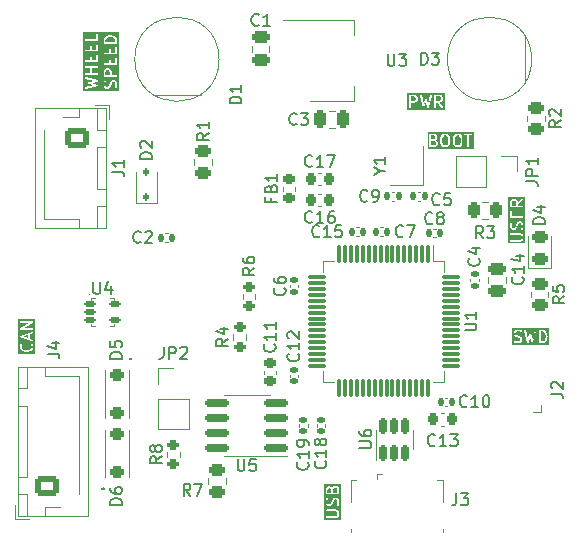
<source format=gto>
G04 #@! TF.GenerationSoftware,KiCad,Pcbnew,7.0.8*
G04 #@! TF.CreationDate,2023-12-02T17:36:26-07:00*
G04 #@! TF.ProjectId,sdm24wheel,73646d32-3477-4686-9565-6c2e6b696361,v1*
G04 #@! TF.SameCoordinates,Original*
G04 #@! TF.FileFunction,Legend,Top*
G04 #@! TF.FilePolarity,Positive*
%FSLAX46Y46*%
G04 Gerber Fmt 4.6, Leading zero omitted, Abs format (unit mm)*
G04 Created by KiCad (PCBNEW 7.0.8) date 2023-12-02 17:36:26*
%MOMM*%
%LPD*%
G01*
G04 APERTURE LIST*
G04 Aperture macros list*
%AMRoundRect*
0 Rectangle with rounded corners*
0 $1 Rounding radius*
0 $2 $3 $4 $5 $6 $7 $8 $9 X,Y pos of 4 corners*
0 Add a 4 corners polygon primitive as box body*
4,1,4,$2,$3,$4,$5,$6,$7,$8,$9,$2,$3,0*
0 Add four circle primitives for the rounded corners*
1,1,$1+$1,$2,$3*
1,1,$1+$1,$4,$5*
1,1,$1+$1,$6,$7*
1,1,$1+$1,$8,$9*
0 Add four rect primitives between the rounded corners*
20,1,$1+$1,$2,$3,$4,$5,0*
20,1,$1+$1,$4,$5,$6,$7,0*
20,1,$1+$1,$6,$7,$8,$9,0*
20,1,$1+$1,$8,$9,$2,$3,0*%
G04 Aperture macros list end*
%ADD10C,0.150000*%
%ADD11C,0.120000*%
%ADD12RoundRect,0.140000X-0.140000X-0.170000X0.140000X-0.170000X0.140000X0.170000X-0.140000X0.170000X0*%
%ADD13C,0.990600*%
%ADD14C,0.787400*%
%ADD15RoundRect,0.150000X0.150000X-0.512500X0.150000X0.512500X-0.150000X0.512500X-0.150000X-0.512500X0*%
%ADD16RoundRect,0.140000X-0.170000X0.140000X-0.170000X-0.140000X0.170000X-0.140000X0.170000X0.140000X0*%
%ADD17RoundRect,0.112500X0.112500X-0.187500X0.112500X0.187500X-0.112500X0.187500X-0.112500X-0.187500X0*%
%ADD18RoundRect,0.225000X-0.250000X0.225000X-0.250000X-0.225000X0.250000X-0.225000X0.250000X0.225000X0*%
%ADD19RoundRect,0.075000X-0.075000X0.700000X-0.075000X-0.700000X0.075000X-0.700000X0.075000X0.700000X0*%
%ADD20RoundRect,0.075000X-0.700000X0.075000X-0.700000X-0.075000X0.700000X-0.075000X0.700000X0.075000X0*%
%ADD21RoundRect,0.225000X-0.225000X-0.250000X0.225000X-0.250000X0.225000X0.250000X-0.225000X0.250000X0*%
%ADD22C,1.524000*%
%ADD23R,2.000000X1.500000*%
%ADD24R,2.000000X3.800000*%
%ADD25RoundRect,0.250000X-0.250000X-0.475000X0.250000X-0.475000X0.250000X0.475000X-0.250000X0.475000X0*%
%ADD26RoundRect,0.140000X0.140000X0.170000X-0.140000X0.170000X-0.140000X-0.170000X0.140000X-0.170000X0*%
%ADD27C,1.200000*%
%ADD28RoundRect,0.250000X-0.725000X0.600000X-0.725000X-0.600000X0.725000X-0.600000X0.725000X0.600000X0*%
%ADD29O,1.950000X1.700000*%
%ADD30RoundRect,0.200000X-0.275000X0.200000X-0.275000X-0.200000X0.275000X-0.200000X0.275000X0.200000X0*%
%ADD31RoundRect,0.250000X0.725000X-0.600000X0.725000X0.600000X-0.725000X0.600000X-0.725000X-0.600000X0*%
%ADD32RoundRect,0.250000X-0.475000X0.250000X-0.475000X-0.250000X0.475000X-0.250000X0.475000X0.250000X0*%
%ADD33RoundRect,0.218750X0.256250X-0.218750X0.256250X0.218750X-0.256250X0.218750X-0.256250X-0.218750X0*%
%ADD34RoundRect,0.250000X-0.450000X0.262500X-0.450000X-0.262500X0.450000X-0.262500X0.450000X0.262500X0*%
%ADD35RoundRect,0.243750X0.456250X-0.243750X0.456250X0.243750X-0.456250X0.243750X-0.456250X-0.243750X0*%
%ADD36C,3.200000*%
%ADD37RoundRect,0.245000X-0.380000X0.245000X-0.380000X-0.245000X0.380000X-0.245000X0.380000X0.245000X0*%
%ADD38R,0.400000X1.350000*%
%ADD39O,1.200000X1.900000*%
%ADD40R,1.200000X1.900000*%
%ADD41C,1.450000*%
%ADD42R,1.500000X1.900000*%
%ADD43RoundRect,0.200000X0.275000X-0.200000X0.275000X0.200000X-0.275000X0.200000X-0.275000X-0.200000X0*%
%ADD44RoundRect,0.245000X0.380000X-0.245000X0.380000X0.245000X-0.380000X0.245000X-0.380000X-0.245000X0*%
%ADD45RoundRect,0.112500X-0.362500X-0.112500X0.362500X-0.112500X0.362500X0.112500X-0.362500X0.112500X0*%
%ADD46R,1.700000X1.700000*%
%ADD47O,1.700000X1.700000*%
%ADD48RoundRect,0.250000X-0.262500X-0.450000X0.262500X-0.450000X0.262500X0.450000X-0.262500X0.450000X0*%
%ADD49RoundRect,0.150000X0.825000X0.150000X-0.825000X0.150000X-0.825000X-0.150000X0.825000X-0.150000X0*%
%ADD50RoundRect,0.250000X0.450000X-0.262500X0.450000X0.262500X-0.450000X0.262500X-0.450000X-0.262500X0*%
%ADD51R,1.000000X1.200000*%
%ADD52RoundRect,0.140000X0.170000X-0.140000X0.170000X0.140000X-0.170000X0.140000X-0.170000X-0.140000X0*%
%ADD53O,1.600000X1.200000*%
%ADD54O,1.200000X1.200000*%
G04 APERTURE END LIST*
D10*
G36*
X179706344Y-112248669D02*
G01*
X179736751Y-112279076D01*
X179771009Y-112347592D01*
X179771009Y-112588220D01*
X179444819Y-112588220D01*
X179444819Y-112347592D01*
X179479077Y-112279076D01*
X179509484Y-112248669D01*
X179578000Y-112214411D01*
X179637828Y-112214411D01*
X179706344Y-112248669D01*
G37*
G36*
X180230153Y-112201050D02*
G01*
X180260561Y-112231457D01*
X180294819Y-112299973D01*
X180294819Y-112588220D01*
X179921009Y-112588220D01*
X179921009Y-112342057D01*
X179959180Y-112227543D01*
X179985674Y-112201050D01*
X180054190Y-112166792D01*
X180161637Y-112166792D01*
X180230153Y-112201050D01*
G37*
G36*
X180587676Y-114881077D02*
G01*
X179151962Y-114881077D01*
X179151962Y-114650196D01*
X179295958Y-114650196D01*
X179304867Y-114700720D01*
X179344167Y-114733697D01*
X179369819Y-114738220D01*
X180179342Y-114738220D01*
X180183555Y-114736686D01*
X180187916Y-114737728D01*
X180212883Y-114730302D01*
X180308121Y-114682683D01*
X180309246Y-114681494D01*
X180327612Y-114668635D01*
X180375232Y-114621016D01*
X180375922Y-114619534D01*
X180389282Y-114601523D01*
X180436901Y-114506285D01*
X180437413Y-114501831D01*
X180440296Y-114498396D01*
X180444819Y-114472744D01*
X180444819Y-114282268D01*
X180443285Y-114278054D01*
X180444327Y-114273693D01*
X180436901Y-114248727D01*
X180389282Y-114153489D01*
X180388094Y-114152364D01*
X180375232Y-114133996D01*
X180327612Y-114086377D01*
X180326129Y-114085685D01*
X180308121Y-114072329D01*
X180212883Y-114024710D01*
X180208429Y-114024197D01*
X180204994Y-114021315D01*
X180179342Y-114016792D01*
X179369819Y-114016792D01*
X179321610Y-114034339D01*
X179295958Y-114078768D01*
X179304867Y-114129292D01*
X179344167Y-114162269D01*
X179369819Y-114166792D01*
X180161637Y-114166792D01*
X180230153Y-114201050D01*
X180260561Y-114231457D01*
X180294819Y-114299973D01*
X180294819Y-114455039D01*
X180260561Y-114523554D01*
X180230153Y-114553961D01*
X180161637Y-114588220D01*
X179369819Y-114588220D01*
X179321610Y-114605767D01*
X179295958Y-114650196D01*
X179151962Y-114650196D01*
X179151962Y-113472744D01*
X179294819Y-113472744D01*
X179296352Y-113476957D01*
X179295311Y-113481318D01*
X179302737Y-113506285D01*
X179350356Y-113601523D01*
X179351545Y-113602648D01*
X179364405Y-113621015D01*
X179412024Y-113668634D01*
X179413505Y-113669325D01*
X179431516Y-113682683D01*
X179526754Y-113730302D01*
X179531207Y-113730814D01*
X179534643Y-113733697D01*
X179560295Y-113738220D01*
X179655533Y-113738220D01*
X179659746Y-113736686D01*
X179664107Y-113737728D01*
X179689074Y-113730302D01*
X179784312Y-113682683D01*
X179785437Y-113681493D01*
X179803804Y-113668634D01*
X179851423Y-113621015D01*
X179852114Y-113619533D01*
X179865472Y-113601523D01*
X179913091Y-113506285D01*
X179913497Y-113502756D01*
X179918770Y-113490934D01*
X179964392Y-113308444D01*
X180002886Y-113231457D01*
X180033293Y-113201050D01*
X180101809Y-113166792D01*
X180161637Y-113166792D01*
X180230153Y-113201050D01*
X180260561Y-113231457D01*
X180294819Y-113299973D01*
X180294819Y-113508193D01*
X180251049Y-113639503D01*
X180252450Y-113690787D01*
X180286487Y-113729172D01*
X180337236Y-113736697D01*
X180380948Y-113709842D01*
X180393351Y-113686937D01*
X180440970Y-113544081D01*
X180440925Y-113542445D01*
X180444819Y-113520363D01*
X180444819Y-113282268D01*
X180443285Y-113278054D01*
X180444327Y-113273693D01*
X180436901Y-113248727D01*
X180389282Y-113153489D01*
X180388094Y-113152364D01*
X180375232Y-113133996D01*
X180327612Y-113086377D01*
X180326129Y-113085685D01*
X180308121Y-113072329D01*
X180212883Y-113024710D01*
X180208429Y-113024197D01*
X180204994Y-113021315D01*
X180179342Y-113016792D01*
X180084104Y-113016792D01*
X180079890Y-113018325D01*
X180075529Y-113017284D01*
X180050563Y-113024710D01*
X179955325Y-113072329D01*
X179954199Y-113073518D01*
X179935833Y-113086378D01*
X179888214Y-113133997D01*
X179887523Y-113135478D01*
X179874165Y-113153489D01*
X179826546Y-113248727D01*
X179826139Y-113252255D01*
X179820867Y-113264078D01*
X179775244Y-113446568D01*
X179736751Y-113523555D01*
X179706344Y-113553962D01*
X179637828Y-113588220D01*
X179578000Y-113588220D01*
X179509484Y-113553962D01*
X179479077Y-113523555D01*
X179444819Y-113455039D01*
X179444819Y-113246819D01*
X179488589Y-113115510D01*
X179487188Y-113064226D01*
X179453150Y-113025840D01*
X179402402Y-113018315D01*
X179358689Y-113045170D01*
X179346287Y-113068075D01*
X179298668Y-113210932D01*
X179298712Y-113212566D01*
X179294819Y-113234649D01*
X179294819Y-113472744D01*
X179151962Y-113472744D01*
X179151962Y-112663220D01*
X179294819Y-112663220D01*
X179301482Y-112681528D01*
X179304867Y-112700720D01*
X179310051Y-112705070D01*
X179312366Y-112711429D01*
X179329239Y-112721171D01*
X179344167Y-112733697D01*
X179353909Y-112735414D01*
X179356795Y-112737081D01*
X179360077Y-112736502D01*
X179369819Y-112738220D01*
X180369819Y-112738220D01*
X180388127Y-112731556D01*
X180407319Y-112728172D01*
X180411669Y-112722987D01*
X180418028Y-112720673D01*
X180427770Y-112703799D01*
X180440296Y-112688872D01*
X180442013Y-112679129D01*
X180443680Y-112676244D01*
X180443101Y-112672961D01*
X180444819Y-112663220D01*
X180444819Y-112282268D01*
X180443285Y-112278054D01*
X180444327Y-112273693D01*
X180436901Y-112248727D01*
X180389282Y-112153489D01*
X180388094Y-112152364D01*
X180375232Y-112133996D01*
X180327612Y-112086377D01*
X180326129Y-112085685D01*
X180308121Y-112072329D01*
X180212883Y-112024710D01*
X180208429Y-112024197D01*
X180204994Y-112021315D01*
X180179342Y-112016792D01*
X180036485Y-112016792D01*
X180032271Y-112018325D01*
X180027910Y-112017284D01*
X180002944Y-112024710D01*
X179907706Y-112072329D01*
X179906580Y-112073518D01*
X179888214Y-112086378D01*
X179840595Y-112133997D01*
X179838700Y-112138060D01*
X179834879Y-112140408D01*
X179826215Y-112156408D01*
X179803804Y-112133997D01*
X179802322Y-112133306D01*
X179784312Y-112119948D01*
X179689074Y-112072329D01*
X179684620Y-112071816D01*
X179681185Y-112068934D01*
X179655533Y-112064411D01*
X179560295Y-112064411D01*
X179556081Y-112065944D01*
X179551720Y-112064903D01*
X179526754Y-112072329D01*
X179431516Y-112119948D01*
X179430390Y-112121137D01*
X179412024Y-112133997D01*
X179364405Y-112181616D01*
X179363714Y-112183097D01*
X179350356Y-112201108D01*
X179302737Y-112296346D01*
X179302224Y-112300799D01*
X179299342Y-112304235D01*
X179294819Y-112329887D01*
X179294819Y-112663220D01*
X179151962Y-112663220D01*
X179151962Y-111873935D01*
X180587676Y-111873935D01*
X180587676Y-114881077D01*
G37*
G36*
X188572455Y-82859180D02*
G01*
X188598949Y-82885674D01*
X188633207Y-82954190D01*
X188633207Y-83061637D01*
X188598948Y-83130153D01*
X188568541Y-83160561D01*
X188500026Y-83194819D01*
X188211779Y-83194819D01*
X188211779Y-82821009D01*
X188457942Y-82821009D01*
X188572455Y-82859180D01*
G37*
G36*
X188520923Y-82379077D02*
G01*
X188551330Y-82409484D01*
X188585588Y-82478000D01*
X188585588Y-82537828D01*
X188551330Y-82606344D01*
X188520923Y-82636751D01*
X188452407Y-82671009D01*
X188211779Y-82671009D01*
X188211779Y-82344819D01*
X188452407Y-82344819D01*
X188520923Y-82379077D01*
G37*
G36*
X189568542Y-82379077D02*
G01*
X189640484Y-82451019D01*
X189680826Y-82612386D01*
X189680826Y-82927251D01*
X189640484Y-83088617D01*
X189568541Y-83160561D01*
X189500026Y-83194819D01*
X189344960Y-83194819D01*
X189276444Y-83160561D01*
X189204501Y-83088617D01*
X189164160Y-82927251D01*
X189164160Y-82612386D01*
X189204501Y-82451019D01*
X189276444Y-82379077D01*
X189344960Y-82344819D01*
X189500026Y-82344819D01*
X189568542Y-82379077D01*
G37*
G36*
X190616161Y-82379077D02*
G01*
X190688103Y-82451019D01*
X190728445Y-82612386D01*
X190728445Y-82927251D01*
X190688103Y-83088617D01*
X190616160Y-83160561D01*
X190547645Y-83194819D01*
X190392579Y-83194819D01*
X190324063Y-83160561D01*
X190252120Y-83088617D01*
X190211779Y-82927251D01*
X190211779Y-82612386D01*
X190252120Y-82451019D01*
X190324063Y-82379077D01*
X190392579Y-82344819D01*
X190547645Y-82344819D01*
X190616161Y-82379077D01*
G37*
G36*
X191877306Y-83487676D02*
G01*
X187918922Y-83487676D01*
X187918922Y-83269819D01*
X188061779Y-83269819D01*
X188068442Y-83288127D01*
X188071827Y-83307319D01*
X188077011Y-83311669D01*
X188079326Y-83318028D01*
X188096199Y-83327770D01*
X188111127Y-83340296D01*
X188120869Y-83342013D01*
X188123755Y-83343680D01*
X188127037Y-83343101D01*
X188136779Y-83344819D01*
X188517731Y-83344819D01*
X188521944Y-83343285D01*
X188526305Y-83344327D01*
X188551272Y-83336901D01*
X188646510Y-83289282D01*
X188647634Y-83288094D01*
X188666003Y-83275232D01*
X188713621Y-83227613D01*
X188714311Y-83226131D01*
X188727670Y-83208121D01*
X188775289Y-83112883D01*
X188775801Y-83108429D01*
X188778684Y-83104994D01*
X188783207Y-83079342D01*
X188783207Y-82936485D01*
X189014160Y-82936485D01*
X189015345Y-82939742D01*
X189016399Y-82954675D01*
X189064018Y-83145151D01*
X189068160Y-83151283D01*
X189068805Y-83158657D01*
X189083746Y-83179994D01*
X189178984Y-83275233D01*
X189180466Y-83275924D01*
X189198476Y-83289282D01*
X189293714Y-83336901D01*
X189298167Y-83337413D01*
X189301603Y-83340296D01*
X189327255Y-83344819D01*
X189517731Y-83344819D01*
X189521944Y-83343285D01*
X189526305Y-83344327D01*
X189551272Y-83336901D01*
X189646510Y-83289282D01*
X189647635Y-83288092D01*
X189666002Y-83275233D01*
X189761241Y-83179993D01*
X189764368Y-83173285D01*
X189770358Y-83168940D01*
X189780968Y-83145151D01*
X189828587Y-82954675D01*
X189828226Y-82951226D01*
X189830826Y-82936485D01*
X190061779Y-82936485D01*
X190062964Y-82939742D01*
X190064018Y-82954675D01*
X190111637Y-83145151D01*
X190115779Y-83151283D01*
X190116424Y-83158657D01*
X190131365Y-83179994D01*
X190226603Y-83275233D01*
X190228085Y-83275924D01*
X190246095Y-83289282D01*
X190341333Y-83336901D01*
X190345786Y-83337413D01*
X190349222Y-83340296D01*
X190374874Y-83344819D01*
X190565350Y-83344819D01*
X190569563Y-83343285D01*
X190573924Y-83344327D01*
X190598891Y-83336901D01*
X190694129Y-83289282D01*
X190695254Y-83288092D01*
X190713621Y-83275233D01*
X190808860Y-83179993D01*
X190811987Y-83173285D01*
X190817977Y-83168940D01*
X190828587Y-83145151D01*
X190876206Y-82954675D01*
X190875845Y-82951226D01*
X190878445Y-82936485D01*
X190878445Y-82603152D01*
X190877259Y-82599894D01*
X190876206Y-82584962D01*
X190828587Y-82394486D01*
X190824445Y-82388353D01*
X190823800Y-82380980D01*
X190808859Y-82359643D01*
X190713621Y-82264405D01*
X190712139Y-82263714D01*
X190702810Y-82256795D01*
X191015299Y-82256795D01*
X191024208Y-82307319D01*
X191063508Y-82340296D01*
X191089160Y-82344819D01*
X191299874Y-82344819D01*
X191299874Y-83269819D01*
X191317421Y-83318028D01*
X191361850Y-83343680D01*
X191412374Y-83334771D01*
X191445351Y-83295471D01*
X191449874Y-83269819D01*
X191449874Y-82344819D01*
X191660588Y-82344819D01*
X191708797Y-82327272D01*
X191734449Y-82282843D01*
X191725540Y-82232319D01*
X191686240Y-82199342D01*
X191660588Y-82194819D01*
X191089160Y-82194819D01*
X191040951Y-82212366D01*
X191015299Y-82256795D01*
X190702810Y-82256795D01*
X190694129Y-82250356D01*
X190598891Y-82202737D01*
X190594437Y-82202224D01*
X190591002Y-82199342D01*
X190565350Y-82194819D01*
X190374874Y-82194819D01*
X190370660Y-82196352D01*
X190366299Y-82195311D01*
X190341333Y-82202737D01*
X190246095Y-82250356D01*
X190244971Y-82251542D01*
X190226603Y-82264405D01*
X190131365Y-82359643D01*
X190128237Y-82366350D01*
X190122247Y-82370697D01*
X190111637Y-82394486D01*
X190064018Y-82584962D01*
X190064378Y-82588410D01*
X190061779Y-82603152D01*
X190061779Y-82936485D01*
X189830826Y-82936485D01*
X189830826Y-82603152D01*
X189829640Y-82599894D01*
X189828587Y-82584962D01*
X189780968Y-82394486D01*
X189776826Y-82388353D01*
X189776181Y-82380980D01*
X189761240Y-82359643D01*
X189666002Y-82264405D01*
X189664520Y-82263714D01*
X189646510Y-82250356D01*
X189551272Y-82202737D01*
X189546818Y-82202224D01*
X189543383Y-82199342D01*
X189517731Y-82194819D01*
X189327255Y-82194819D01*
X189323041Y-82196352D01*
X189318680Y-82195311D01*
X189293714Y-82202737D01*
X189198476Y-82250356D01*
X189197352Y-82251542D01*
X189178984Y-82264405D01*
X189083746Y-82359643D01*
X189080618Y-82366350D01*
X189074628Y-82370697D01*
X189064018Y-82394486D01*
X189016399Y-82584962D01*
X189016759Y-82588410D01*
X189014160Y-82603152D01*
X189014160Y-82936485D01*
X188783207Y-82936485D01*
X188781673Y-82932271D01*
X188782715Y-82927910D01*
X188775289Y-82902944D01*
X188727670Y-82807706D01*
X188726480Y-82806580D01*
X188713621Y-82788214D01*
X188666002Y-82740595D01*
X188661938Y-82738700D01*
X188659591Y-82734879D01*
X188643590Y-82726215D01*
X188666002Y-82703804D01*
X188666693Y-82702322D01*
X188680051Y-82684312D01*
X188727670Y-82589074D01*
X188728182Y-82584620D01*
X188731065Y-82581185D01*
X188735588Y-82555533D01*
X188735588Y-82460295D01*
X188734054Y-82456081D01*
X188735096Y-82451720D01*
X188727670Y-82426754D01*
X188680051Y-82331516D01*
X188678861Y-82330390D01*
X188666002Y-82312024D01*
X188618383Y-82264405D01*
X188616901Y-82263714D01*
X188598891Y-82250356D01*
X188503653Y-82202737D01*
X188499199Y-82202224D01*
X188495764Y-82199342D01*
X188470112Y-82194819D01*
X188136779Y-82194819D01*
X188118470Y-82201482D01*
X188099279Y-82204867D01*
X188094928Y-82210051D01*
X188088570Y-82212366D01*
X188078827Y-82229239D01*
X188066302Y-82244167D01*
X188064584Y-82253909D01*
X188062918Y-82256795D01*
X188063496Y-82260077D01*
X188061779Y-82269819D01*
X188061779Y-83269819D01*
X187918922Y-83269819D01*
X187918922Y-82051962D01*
X191877306Y-82051962D01*
X191877306Y-83487676D01*
G37*
G36*
X154109104Y-99506782D02*
G01*
X153706989Y-99372744D01*
X154109104Y-99238705D01*
X154109104Y-99506782D01*
G37*
G36*
X154687676Y-100828696D02*
G01*
X153251962Y-100828696D01*
X153251962Y-100277506D01*
X153394819Y-100277506D01*
X153395379Y-100279044D01*
X153398668Y-100301223D01*
X153446287Y-100444080D01*
X153449074Y-100447592D01*
X153449465Y-100452059D01*
X153464405Y-100473396D01*
X153559643Y-100568634D01*
X153561124Y-100569324D01*
X153579135Y-100582683D01*
X153674373Y-100630302D01*
X153677901Y-100630708D01*
X153689724Y-100635981D01*
X153880200Y-100683600D01*
X153883648Y-100683239D01*
X153898390Y-100685839D01*
X154041247Y-100685839D01*
X154044504Y-100684653D01*
X154059437Y-100683600D01*
X154249913Y-100635981D01*
X154252857Y-100633992D01*
X154265264Y-100630302D01*
X154360502Y-100582683D01*
X154361625Y-100581496D01*
X154379994Y-100568634D01*
X154475233Y-100473396D01*
X154477128Y-100469331D01*
X154480948Y-100466985D01*
X154493351Y-100444080D01*
X154540970Y-100301224D01*
X154540925Y-100299588D01*
X154544819Y-100277506D01*
X154544819Y-100182268D01*
X154544259Y-100180730D01*
X154540970Y-100158550D01*
X154493351Y-100015694D01*
X154490563Y-100012182D01*
X154490173Y-100007714D01*
X154475232Y-99986377D01*
X154427612Y-99938758D01*
X154381116Y-99917078D01*
X154331561Y-99930355D01*
X154302135Y-99972381D01*
X154306607Y-100023489D01*
X154321548Y-100044826D01*
X154356648Y-100079925D01*
X154394819Y-100194438D01*
X154394819Y-100265336D01*
X154356648Y-100379848D01*
X154282534Y-100453961D01*
X154205547Y-100492455D01*
X154032013Y-100535839D01*
X153907624Y-100535839D01*
X153734090Y-100492455D01*
X153657103Y-100453962D01*
X153582990Y-100379849D01*
X153544819Y-100265335D01*
X153544819Y-100194438D01*
X153582990Y-100079924D01*
X153618090Y-100044825D01*
X153639771Y-99998329D01*
X153626494Y-99948774D01*
X153584468Y-99919348D01*
X153533361Y-99923819D01*
X153512024Y-99938759D01*
X153464405Y-99986378D01*
X153462510Y-99990441D01*
X153458689Y-99992789D01*
X153446287Y-100015694D01*
X153398668Y-100158551D01*
X153398712Y-100160185D01*
X153394819Y-100182268D01*
X153394819Y-100277506D01*
X153251962Y-100277506D01*
X153251962Y-99383745D01*
X153395630Y-99383745D01*
X153396658Y-99385644D01*
X153396342Y-99387780D01*
X153408760Y-99407993D01*
X153420059Y-99428859D01*
X153422066Y-99429652D01*
X153423197Y-99431492D01*
X153446102Y-99443895D01*
X154446102Y-99777228D01*
X154497385Y-99775827D01*
X154535771Y-99741789D01*
X154543296Y-99691041D01*
X154516441Y-99647328D01*
X154493536Y-99634926D01*
X154259104Y-99556782D01*
X154259104Y-99188705D01*
X154493536Y-99110562D01*
X154533722Y-99078671D01*
X154544008Y-99028410D01*
X154519579Y-98983296D01*
X154471867Y-98964439D01*
X154446102Y-98968260D01*
X153446102Y-99301593D01*
X153444410Y-99302935D01*
X153442252Y-99302994D01*
X153424490Y-99318743D01*
X153405916Y-99333484D01*
X153405483Y-99335597D01*
X153403867Y-99337031D01*
X153400386Y-99360501D01*
X153395630Y-99383745D01*
X153251962Y-99383745D01*
X153251962Y-98693053D01*
X153395958Y-98693053D01*
X153399314Y-98712086D01*
X153399228Y-98731414D01*
X153403662Y-98736747D01*
X153404867Y-98743577D01*
X153419673Y-98756001D01*
X153432030Y-98770861D01*
X153438853Y-98772095D01*
X153444167Y-98776554D01*
X153469819Y-98781077D01*
X154469819Y-98781077D01*
X154518028Y-98763530D01*
X154543680Y-98719101D01*
X154534771Y-98668577D01*
X154495471Y-98635600D01*
X154469819Y-98631077D01*
X153752236Y-98631077D01*
X154507030Y-98199767D01*
X154511511Y-98194473D01*
X154518028Y-98192102D01*
X154527691Y-98175364D01*
X154540181Y-98160614D01*
X154540211Y-98153679D01*
X154543680Y-98147673D01*
X154540323Y-98128639D01*
X154540410Y-98109312D01*
X154535975Y-98103978D01*
X154534771Y-98097149D01*
X154519964Y-98084724D01*
X154507608Y-98069865D01*
X154500784Y-98068630D01*
X154495471Y-98064172D01*
X154469819Y-98059649D01*
X153469819Y-98059649D01*
X153421610Y-98077196D01*
X153395958Y-98121625D01*
X153404867Y-98172149D01*
X153444167Y-98205126D01*
X153469819Y-98209649D01*
X154187402Y-98209649D01*
X153432609Y-98640959D01*
X153428127Y-98646251D01*
X153421610Y-98648624D01*
X153411945Y-98665363D01*
X153399457Y-98680112D01*
X153399426Y-98687046D01*
X153395958Y-98693053D01*
X153251962Y-98693053D01*
X153251962Y-97916792D01*
X154687676Y-97916792D01*
X154687676Y-100828696D01*
G37*
G36*
X160953963Y-76848669D02*
G01*
X160984370Y-76879076D01*
X161018628Y-76947592D01*
X161018628Y-77235839D01*
X160644819Y-77235839D01*
X160644819Y-76947592D01*
X160679077Y-76879076D01*
X160709484Y-76848669D01*
X160778000Y-76814411D01*
X160885447Y-76814411D01*
X160953963Y-76848669D01*
G37*
G36*
X161305547Y-74048270D02*
G01*
X161382534Y-74086764D01*
X161456648Y-74160877D01*
X161494819Y-74275390D01*
X161494819Y-74426315D01*
X160644819Y-74426315D01*
X160644819Y-74275390D01*
X160682990Y-74160876D01*
X160757103Y-74086764D01*
X160834090Y-74048270D01*
X161007624Y-74004887D01*
X161132013Y-74004887D01*
X161305547Y-74048270D01*
G37*
G36*
X161787676Y-78575817D02*
G01*
X158741962Y-78575817D01*
X158741962Y-78362896D01*
X158884950Y-78362896D01*
X158905319Y-78409982D01*
X158951188Y-78432960D01*
X158977191Y-78431418D01*
X159977191Y-78193323D01*
X159983759Y-78188993D01*
X159991597Y-78188298D01*
X160004628Y-78175235D01*
X160020024Y-78165087D01*
X160022271Y-78157551D01*
X160027831Y-78151979D01*
X160029417Y-78133596D01*
X160033364Y-78120363D01*
X160494819Y-78120363D01*
X160496352Y-78124576D01*
X160495311Y-78128937D01*
X160502737Y-78153904D01*
X160550356Y-78249142D01*
X160551545Y-78250267D01*
X160564405Y-78268634D01*
X160612024Y-78316253D01*
X160613505Y-78316944D01*
X160631516Y-78330302D01*
X160726754Y-78377921D01*
X160731207Y-78378433D01*
X160734643Y-78381316D01*
X160760295Y-78385839D01*
X160855533Y-78385839D01*
X160859746Y-78384305D01*
X160864107Y-78385347D01*
X160889074Y-78377921D01*
X160984312Y-78330302D01*
X160985437Y-78329112D01*
X161003804Y-78316253D01*
X161051423Y-78268634D01*
X161052114Y-78267152D01*
X161065472Y-78249142D01*
X161113091Y-78153904D01*
X161113497Y-78150375D01*
X161118770Y-78138553D01*
X161164392Y-77956063D01*
X161202886Y-77879076D01*
X161233293Y-77848669D01*
X161301809Y-77814411D01*
X161361637Y-77814411D01*
X161430153Y-77848669D01*
X161460561Y-77879076D01*
X161494819Y-77947592D01*
X161494819Y-78155812D01*
X161451049Y-78287122D01*
X161452450Y-78338406D01*
X161486487Y-78376791D01*
X161537236Y-78384316D01*
X161580948Y-78357461D01*
X161593351Y-78334556D01*
X161640970Y-78191700D01*
X161640925Y-78190064D01*
X161644819Y-78167982D01*
X161644819Y-77929887D01*
X161643285Y-77925673D01*
X161644327Y-77921312D01*
X161636901Y-77896346D01*
X161589282Y-77801108D01*
X161588094Y-77799983D01*
X161575232Y-77781615D01*
X161527612Y-77733996D01*
X161526129Y-77733304D01*
X161508121Y-77719948D01*
X161412883Y-77672329D01*
X161408429Y-77671816D01*
X161404994Y-77668934D01*
X161379342Y-77664411D01*
X161284104Y-77664411D01*
X161279890Y-77665944D01*
X161275529Y-77664903D01*
X161250563Y-77672329D01*
X161155325Y-77719948D01*
X161154199Y-77721137D01*
X161135833Y-77733997D01*
X161088214Y-77781616D01*
X161087523Y-77783097D01*
X161074165Y-77801108D01*
X161026546Y-77896346D01*
X161026139Y-77899874D01*
X161020867Y-77911697D01*
X160975244Y-78094187D01*
X160936751Y-78171174D01*
X160906344Y-78201581D01*
X160837828Y-78235839D01*
X160778000Y-78235839D01*
X160709484Y-78201581D01*
X160679077Y-78171174D01*
X160644819Y-78102658D01*
X160644819Y-77894438D01*
X160688589Y-77763129D01*
X160687188Y-77711845D01*
X160653150Y-77673459D01*
X160602402Y-77665934D01*
X160558689Y-77692789D01*
X160546287Y-77715694D01*
X160498668Y-77858551D01*
X160498712Y-77860185D01*
X160494819Y-77882268D01*
X160494819Y-78120363D01*
X160033364Y-78120363D01*
X160034688Y-78115925D01*
X160031564Y-78108704D01*
X160032241Y-78100865D01*
X160021641Y-78085765D01*
X160014319Y-78068839D01*
X160007285Y-78065315D01*
X160002764Y-78058875D01*
X159979144Y-78047895D01*
X159536613Y-77929887D01*
X159979144Y-77811879D01*
X159985595Y-77807373D01*
X159993410Y-77806468D01*
X160006083Y-77793062D01*
X160021204Y-77782502D01*
X160023248Y-77774907D01*
X160028655Y-77769189D01*
X160029746Y-77750774D01*
X160034542Y-77732964D01*
X160031225Y-77725829D01*
X160031691Y-77717975D01*
X160020691Y-77703169D01*
X160012916Y-77686441D01*
X160005788Y-77683106D01*
X160001097Y-77676792D01*
X159977191Y-77666451D01*
X158977191Y-77428356D01*
X158926228Y-77434259D01*
X158890983Y-77471538D01*
X158887948Y-77522752D01*
X158918541Y-77563935D01*
X158942447Y-77574276D01*
X159653303Y-77743527D01*
X159226208Y-77857419D01*
X159220585Y-77861346D01*
X159213755Y-77861952D01*
X159200052Y-77875687D01*
X159184148Y-77886796D01*
X159182365Y-77893417D01*
X159177522Y-77898272D01*
X159175854Y-77917598D01*
X159170810Y-77936334D01*
X159173701Y-77942553D01*
X159173112Y-77949385D01*
X159184257Y-77965262D01*
X159192436Y-77982856D01*
X159198647Y-77985761D01*
X159202588Y-77991375D01*
X159226208Y-78002355D01*
X159653303Y-78116246D01*
X158942447Y-78285498D01*
X158899614Y-78313734D01*
X158884950Y-78362896D01*
X158741962Y-78362896D01*
X158741962Y-77310839D01*
X160494819Y-77310839D01*
X160501482Y-77329147D01*
X160504867Y-77348339D01*
X160510051Y-77352689D01*
X160512366Y-77359048D01*
X160529239Y-77368790D01*
X160544167Y-77381316D01*
X160553909Y-77383033D01*
X160556795Y-77384700D01*
X160560077Y-77384121D01*
X160569819Y-77385839D01*
X161569819Y-77385839D01*
X161618028Y-77368292D01*
X161643680Y-77323863D01*
X161634771Y-77273339D01*
X161595471Y-77240362D01*
X161569819Y-77235839D01*
X161168628Y-77235839D01*
X161168628Y-76929887D01*
X161167094Y-76925673D01*
X161168136Y-76921312D01*
X161160710Y-76896346D01*
X161113091Y-76801108D01*
X161111901Y-76799982D01*
X161099042Y-76781616D01*
X161051423Y-76733997D01*
X161049941Y-76733306D01*
X161031931Y-76719948D01*
X160936693Y-76672329D01*
X160932239Y-76671816D01*
X160928804Y-76668934D01*
X160903152Y-76664411D01*
X160760295Y-76664411D01*
X160756081Y-76665944D01*
X160751720Y-76664903D01*
X160726754Y-76672329D01*
X160631516Y-76719948D01*
X160630390Y-76721137D01*
X160612024Y-76733997D01*
X160564405Y-76781616D01*
X160563714Y-76783097D01*
X160550356Y-76801108D01*
X160502737Y-76896346D01*
X160502224Y-76900799D01*
X160499342Y-76904235D01*
X160494819Y-76929887D01*
X160494819Y-77310839D01*
X158741962Y-77310839D01*
X158741962Y-77107339D01*
X158885958Y-77107339D01*
X158894867Y-77157863D01*
X158934167Y-77190840D01*
X158959819Y-77195363D01*
X159959819Y-77195363D01*
X160008028Y-77177816D01*
X160033680Y-77133387D01*
X160024771Y-77082863D01*
X159985471Y-77049886D01*
X159959819Y-77045363D01*
X159511009Y-77045363D01*
X159511009Y-76623935D01*
X159959819Y-76623935D01*
X160008028Y-76606388D01*
X160033680Y-76561959D01*
X160024771Y-76511435D01*
X159985471Y-76478458D01*
X159959819Y-76473935D01*
X158959819Y-76473935D01*
X158911610Y-76491482D01*
X158885958Y-76535911D01*
X158894867Y-76586435D01*
X158934167Y-76619412D01*
X158959819Y-76623935D01*
X159361009Y-76623935D01*
X159361009Y-77045363D01*
X158959819Y-77045363D01*
X158911610Y-77062910D01*
X158885958Y-77107339D01*
X158741962Y-77107339D01*
X158741962Y-76310839D01*
X160494819Y-76310839D01*
X160501482Y-76329147D01*
X160504867Y-76348339D01*
X160510051Y-76352689D01*
X160512366Y-76359048D01*
X160529239Y-76368790D01*
X160544167Y-76381316D01*
X160553909Y-76383033D01*
X160556795Y-76384700D01*
X160560077Y-76384121D01*
X160569819Y-76385839D01*
X161569819Y-76385839D01*
X161588127Y-76379175D01*
X161607319Y-76375791D01*
X161611669Y-76370606D01*
X161618028Y-76368292D01*
X161627770Y-76351418D01*
X161640296Y-76336491D01*
X161642013Y-76326748D01*
X161643680Y-76323863D01*
X161643101Y-76320580D01*
X161644819Y-76310839D01*
X161644819Y-75834649D01*
X161627272Y-75786440D01*
X161582843Y-75760788D01*
X161532319Y-75769697D01*
X161499342Y-75808997D01*
X161494819Y-75834649D01*
X161494819Y-76235839D01*
X161121009Y-76235839D01*
X161121009Y-75977506D01*
X161103462Y-75929297D01*
X161059033Y-75903645D01*
X161008509Y-75912554D01*
X160975532Y-75951854D01*
X160971009Y-75977506D01*
X160971009Y-76235839D01*
X160644819Y-76235839D01*
X160644819Y-75834649D01*
X160627272Y-75786440D01*
X160582843Y-75760788D01*
X160532319Y-75769697D01*
X160499342Y-75808997D01*
X160494819Y-75834649D01*
X160494819Y-76310839D01*
X158741962Y-76310839D01*
X158741962Y-76072744D01*
X158884819Y-76072744D01*
X158891482Y-76091052D01*
X158894867Y-76110244D01*
X158900051Y-76114594D01*
X158902366Y-76120953D01*
X158919239Y-76130695D01*
X158934167Y-76143221D01*
X158943909Y-76144938D01*
X158946795Y-76146605D01*
X158950077Y-76146026D01*
X158959819Y-76147744D01*
X159959819Y-76147744D01*
X159978127Y-76141080D01*
X159997319Y-76137696D01*
X160001669Y-76132511D01*
X160008028Y-76130197D01*
X160017770Y-76113323D01*
X160030296Y-76098396D01*
X160032013Y-76088653D01*
X160033680Y-76085768D01*
X160033101Y-76082485D01*
X160034819Y-76072744D01*
X160034819Y-75596554D01*
X160017272Y-75548345D01*
X159972843Y-75522693D01*
X159922319Y-75531602D01*
X159889342Y-75570902D01*
X159884819Y-75596554D01*
X159884819Y-75997744D01*
X159511009Y-75997744D01*
X159511009Y-75739411D01*
X159493462Y-75691202D01*
X159449033Y-75665550D01*
X159398509Y-75674459D01*
X159365532Y-75713759D01*
X159361009Y-75739411D01*
X159361009Y-75997744D01*
X159034819Y-75997744D01*
X159034819Y-75596554D01*
X159017272Y-75548345D01*
X158972843Y-75522693D01*
X158922319Y-75531602D01*
X158889342Y-75570902D01*
X158884819Y-75596554D01*
X158884819Y-76072744D01*
X158741962Y-76072744D01*
X158741962Y-75406077D01*
X160494819Y-75406077D01*
X160501482Y-75424385D01*
X160504867Y-75443577D01*
X160510051Y-75447927D01*
X160512366Y-75454286D01*
X160529239Y-75464028D01*
X160544167Y-75476554D01*
X160553909Y-75478271D01*
X160556795Y-75479938D01*
X160560077Y-75479359D01*
X160569819Y-75481077D01*
X161569819Y-75481077D01*
X161588127Y-75474413D01*
X161607319Y-75471029D01*
X161611669Y-75465844D01*
X161618028Y-75463530D01*
X161627770Y-75446656D01*
X161640296Y-75431729D01*
X161642013Y-75421986D01*
X161643680Y-75419101D01*
X161643101Y-75415818D01*
X161644819Y-75406077D01*
X161644819Y-74929887D01*
X161627272Y-74881678D01*
X161582843Y-74856026D01*
X161532319Y-74864935D01*
X161499342Y-74904235D01*
X161494819Y-74929887D01*
X161494819Y-75331077D01*
X161121009Y-75331077D01*
X161121009Y-75072744D01*
X161103462Y-75024535D01*
X161059033Y-74998883D01*
X161008509Y-75007792D01*
X160975532Y-75047092D01*
X160971009Y-75072744D01*
X160971009Y-75331077D01*
X160644819Y-75331077D01*
X160644819Y-74929887D01*
X160627272Y-74881678D01*
X160582843Y-74856026D01*
X160532319Y-74864935D01*
X160499342Y-74904235D01*
X160494819Y-74929887D01*
X160494819Y-75406077D01*
X158741962Y-75406077D01*
X158741962Y-75167982D01*
X158884819Y-75167982D01*
X158891482Y-75186290D01*
X158894867Y-75205482D01*
X158900051Y-75209832D01*
X158902366Y-75216191D01*
X158919239Y-75225933D01*
X158934167Y-75238459D01*
X158943909Y-75240176D01*
X158946795Y-75241843D01*
X158950077Y-75241264D01*
X158959819Y-75242982D01*
X159959819Y-75242982D01*
X159978127Y-75236318D01*
X159997319Y-75232934D01*
X160001669Y-75227749D01*
X160008028Y-75225435D01*
X160017770Y-75208561D01*
X160030296Y-75193634D01*
X160032013Y-75183891D01*
X160033680Y-75181006D01*
X160033101Y-75177723D01*
X160034819Y-75167982D01*
X160034819Y-74691792D01*
X160017272Y-74643583D01*
X159972843Y-74617931D01*
X159922319Y-74626840D01*
X159889342Y-74666140D01*
X159884819Y-74691792D01*
X159884819Y-75092982D01*
X159511009Y-75092982D01*
X159511009Y-74834649D01*
X159493462Y-74786440D01*
X159449033Y-74760788D01*
X159398509Y-74769697D01*
X159365532Y-74808997D01*
X159361009Y-74834649D01*
X159361009Y-75092982D01*
X159034819Y-75092982D01*
X159034819Y-74691792D01*
X159017272Y-74643583D01*
X158972843Y-74617931D01*
X158922319Y-74626840D01*
X158889342Y-74666140D01*
X158884819Y-74691792D01*
X158884819Y-75167982D01*
X158741962Y-75167982D01*
X158741962Y-74501315D01*
X160494819Y-74501315D01*
X160501482Y-74519623D01*
X160504867Y-74538815D01*
X160510051Y-74543165D01*
X160512366Y-74549524D01*
X160529239Y-74559266D01*
X160544167Y-74571792D01*
X160553909Y-74573509D01*
X160556795Y-74575176D01*
X160560077Y-74574597D01*
X160569819Y-74576315D01*
X161569819Y-74576315D01*
X161588127Y-74569651D01*
X161607319Y-74566267D01*
X161611669Y-74561082D01*
X161618028Y-74558768D01*
X161627770Y-74541894D01*
X161640296Y-74526967D01*
X161642013Y-74517224D01*
X161643680Y-74514339D01*
X161643101Y-74511056D01*
X161644819Y-74501315D01*
X161644819Y-74263220D01*
X161644259Y-74261682D01*
X161640970Y-74239502D01*
X161593351Y-74096646D01*
X161590564Y-74093135D01*
X161590174Y-74088667D01*
X161575233Y-74067330D01*
X161479994Y-73972092D01*
X161478512Y-73971401D01*
X161460502Y-73958043D01*
X161365264Y-73910424D01*
X161361735Y-73910017D01*
X161349913Y-73904745D01*
X161159437Y-73857126D01*
X161155988Y-73857486D01*
X161141247Y-73854887D01*
X160998390Y-73854887D01*
X160995132Y-73856072D01*
X160980200Y-73857126D01*
X160789724Y-73904745D01*
X160786779Y-73906733D01*
X160774373Y-73910424D01*
X160679135Y-73958043D01*
X160678011Y-73959229D01*
X160659643Y-73972092D01*
X160564405Y-74067330D01*
X160562510Y-74071393D01*
X160558689Y-74073741D01*
X160546287Y-74096646D01*
X160498668Y-74239503D01*
X160498712Y-74241137D01*
X160494819Y-74263220D01*
X160494819Y-74501315D01*
X158741962Y-74501315D01*
X158741962Y-74250196D01*
X158885958Y-74250196D01*
X158894867Y-74300720D01*
X158934167Y-74333697D01*
X158959819Y-74338220D01*
X159959819Y-74338220D01*
X159978127Y-74331556D01*
X159997319Y-74328172D01*
X160001669Y-74322987D01*
X160008028Y-74320673D01*
X160017770Y-74303799D01*
X160030296Y-74288872D01*
X160032013Y-74279129D01*
X160033680Y-74276244D01*
X160033101Y-74272961D01*
X160034819Y-74263220D01*
X160034819Y-73787030D01*
X160017272Y-73738821D01*
X159972843Y-73713169D01*
X159922319Y-73722078D01*
X159889342Y-73761378D01*
X159884819Y-73787030D01*
X159884819Y-74188220D01*
X158959819Y-74188220D01*
X158911610Y-74205767D01*
X158885958Y-74250196D01*
X158741962Y-74250196D01*
X158741962Y-73570312D01*
X161787676Y-73570312D01*
X161787676Y-78575817D01*
G37*
G36*
X197772455Y-98982990D02*
G01*
X197846568Y-99057103D01*
X197885061Y-99134090D01*
X197928445Y-99307624D01*
X197928445Y-99432013D01*
X197885061Y-99605547D01*
X197846567Y-99682534D01*
X197772455Y-99756647D01*
X197657942Y-99794819D01*
X197507017Y-99794819D01*
X197507017Y-98944819D01*
X197657942Y-98944819D01*
X197772455Y-98982990D01*
G37*
G36*
X198221302Y-100087676D02*
G01*
X195071303Y-100087676D01*
X195071303Y-99155533D01*
X195214160Y-99155533D01*
X195215693Y-99159746D01*
X195214652Y-99164107D01*
X195222078Y-99189074D01*
X195269697Y-99284312D01*
X195270886Y-99285437D01*
X195283746Y-99303804D01*
X195331365Y-99351423D01*
X195332846Y-99352114D01*
X195350857Y-99365472D01*
X195446095Y-99413091D01*
X195449623Y-99413497D01*
X195461446Y-99418770D01*
X195643936Y-99464392D01*
X195720923Y-99502886D01*
X195751330Y-99533293D01*
X195785588Y-99601809D01*
X195785588Y-99661637D01*
X195751329Y-99730153D01*
X195720922Y-99760561D01*
X195652407Y-99794819D01*
X195444187Y-99794819D01*
X195312877Y-99751049D01*
X195261593Y-99752450D01*
X195223208Y-99786487D01*
X195215683Y-99837236D01*
X195242538Y-99880948D01*
X195265443Y-99893351D01*
X195408299Y-99940970D01*
X195409934Y-99940925D01*
X195432017Y-99944819D01*
X195670112Y-99944819D01*
X195674325Y-99943285D01*
X195678686Y-99944327D01*
X195703653Y-99936901D01*
X195798891Y-99889282D01*
X195800015Y-99888094D01*
X195818384Y-99875232D01*
X195866002Y-99827613D01*
X195866692Y-99826131D01*
X195880051Y-99808121D01*
X195927670Y-99712883D01*
X195928182Y-99708429D01*
X195931065Y-99704994D01*
X195935588Y-99679342D01*
X195935588Y-99584104D01*
X195934054Y-99579890D01*
X195935096Y-99575529D01*
X195927670Y-99550563D01*
X195880051Y-99455325D01*
X195878861Y-99454199D01*
X195866002Y-99435833D01*
X195818383Y-99388214D01*
X195816901Y-99387523D01*
X195798891Y-99374165D01*
X195703653Y-99326546D01*
X195700124Y-99326139D01*
X195688302Y-99320867D01*
X195505812Y-99275244D01*
X195428825Y-99236751D01*
X195398418Y-99206344D01*
X195364160Y-99137828D01*
X195364160Y-99078000D01*
X195398418Y-99009484D01*
X195428825Y-98979077D01*
X195497341Y-98944819D01*
X195705561Y-98944819D01*
X195836870Y-98988589D01*
X195888154Y-98987188D01*
X195926540Y-98953150D01*
X195934065Y-98902402D01*
X195908745Y-98861188D01*
X196119420Y-98861188D01*
X196120962Y-98887191D01*
X196359057Y-99887191D01*
X196363386Y-99893759D01*
X196364082Y-99901597D01*
X196377142Y-99914626D01*
X196387293Y-99930024D01*
X196394831Y-99932272D01*
X196400402Y-99937830D01*
X196418778Y-99939415D01*
X196436455Y-99944688D01*
X196443677Y-99941563D01*
X196451515Y-99942240D01*
X196466611Y-99931642D01*
X196483541Y-99924319D01*
X196487064Y-99917284D01*
X196493505Y-99912764D01*
X196504485Y-99889144D01*
X196622492Y-99446613D01*
X196740501Y-99889144D01*
X196745006Y-99895595D01*
X196745912Y-99903410D01*
X196759317Y-99916083D01*
X196769878Y-99931204D01*
X196777472Y-99933248D01*
X196783191Y-99938655D01*
X196801604Y-99939746D01*
X196819416Y-99944542D01*
X196826552Y-99941224D01*
X196834405Y-99941690D01*
X196849208Y-99930693D01*
X196865939Y-99922916D01*
X196869273Y-99915787D01*
X196875588Y-99911097D01*
X196885929Y-99887191D01*
X196890065Y-99869819D01*
X197357017Y-99869819D01*
X197363680Y-99888127D01*
X197367065Y-99907319D01*
X197372249Y-99911669D01*
X197374564Y-99918028D01*
X197391437Y-99927770D01*
X197406365Y-99940296D01*
X197416107Y-99942013D01*
X197418993Y-99943680D01*
X197422275Y-99943101D01*
X197432017Y-99944819D01*
X197670112Y-99944819D01*
X197671650Y-99944258D01*
X197693829Y-99940970D01*
X197836686Y-99893351D01*
X197840198Y-99890563D01*
X197844665Y-99890173D01*
X197866002Y-99875233D01*
X197961241Y-99779993D01*
X197961932Y-99778510D01*
X197975289Y-99760502D01*
X198022908Y-99665264D01*
X198023314Y-99661735D01*
X198028587Y-99649913D01*
X198076206Y-99459437D01*
X198075845Y-99455988D01*
X198078445Y-99441247D01*
X198078445Y-99298390D01*
X198077259Y-99295132D01*
X198076206Y-99280200D01*
X198028587Y-99089724D01*
X198026598Y-99086779D01*
X198022908Y-99074373D01*
X197975289Y-98979135D01*
X197974102Y-98978011D01*
X197961240Y-98959643D01*
X197866002Y-98864405D01*
X197861938Y-98862510D01*
X197859591Y-98858689D01*
X197836686Y-98846287D01*
X197693829Y-98798668D01*
X197692194Y-98798712D01*
X197670112Y-98794819D01*
X197432017Y-98794819D01*
X197413708Y-98801482D01*
X197394517Y-98804867D01*
X197390166Y-98810051D01*
X197383808Y-98812366D01*
X197374065Y-98829239D01*
X197361540Y-98844167D01*
X197359822Y-98853909D01*
X197358156Y-98856795D01*
X197358734Y-98860077D01*
X197357017Y-98869819D01*
X197357017Y-99869819D01*
X196890065Y-99869819D01*
X197124025Y-98887191D01*
X197118122Y-98836228D01*
X197080843Y-98800983D01*
X197029629Y-98797948D01*
X196988446Y-98828541D01*
X196978105Y-98852448D01*
X196808852Y-99563303D01*
X196694961Y-99136208D01*
X196691033Y-99130585D01*
X196690428Y-99123755D01*
X196676690Y-99110049D01*
X196665584Y-99094148D01*
X196658965Y-99092365D01*
X196654109Y-99087521D01*
X196634775Y-99085852D01*
X196616046Y-99080810D01*
X196609827Y-99083700D01*
X196602995Y-99083111D01*
X196587115Y-99094258D01*
X196569524Y-99102436D01*
X196566618Y-99108647D01*
X196561005Y-99112588D01*
X196550025Y-99136208D01*
X196436133Y-99563303D01*
X196266882Y-98852447D01*
X196238646Y-98809614D01*
X196189484Y-98794950D01*
X196142398Y-98815319D01*
X196119420Y-98861188D01*
X195908745Y-98861188D01*
X195907210Y-98858689D01*
X195884305Y-98846287D01*
X195741448Y-98798668D01*
X195739813Y-98798712D01*
X195717731Y-98794819D01*
X195479636Y-98794819D01*
X195475422Y-98796352D01*
X195471061Y-98795311D01*
X195446095Y-98802737D01*
X195350857Y-98850356D01*
X195349731Y-98851545D01*
X195331365Y-98864405D01*
X195283746Y-98912024D01*
X195283055Y-98913505D01*
X195269697Y-98931516D01*
X195222078Y-99026754D01*
X195221565Y-99031207D01*
X195218683Y-99034643D01*
X195214160Y-99060295D01*
X195214160Y-99155533D01*
X195071303Y-99155533D01*
X195071303Y-98651962D01*
X198221302Y-98651962D01*
X198221302Y-100087676D01*
G37*
G36*
X186868542Y-79079077D02*
G01*
X186898949Y-79109484D01*
X186933207Y-79178000D01*
X186933207Y-79285447D01*
X186898949Y-79353963D01*
X186868542Y-79384370D01*
X186800026Y-79418628D01*
X186511779Y-79418628D01*
X186511779Y-79044819D01*
X186800026Y-79044819D01*
X186868542Y-79079077D01*
G37*
G36*
X189011399Y-79079077D02*
G01*
X189041806Y-79109484D01*
X189076064Y-79178000D01*
X189076064Y-79285447D01*
X189041806Y-79353963D01*
X189011399Y-79384370D01*
X188942883Y-79418628D01*
X188654636Y-79418628D01*
X188654636Y-79044819D01*
X188942883Y-79044819D01*
X189011399Y-79079077D01*
G37*
G36*
X189368921Y-80187545D02*
G01*
X186218922Y-80187545D01*
X186218922Y-79969819D01*
X186361779Y-79969819D01*
X186379326Y-80018028D01*
X186423755Y-80043680D01*
X186474279Y-80034771D01*
X186507256Y-79995471D01*
X186511779Y-79969819D01*
X186511779Y-79568628D01*
X186817731Y-79568628D01*
X186821944Y-79567094D01*
X186826305Y-79568136D01*
X186851272Y-79560710D01*
X186946510Y-79513091D01*
X186947635Y-79511901D01*
X186966002Y-79499042D01*
X187013621Y-79451423D01*
X187014312Y-79449941D01*
X187027670Y-79431931D01*
X187075289Y-79336693D01*
X187075801Y-79332239D01*
X187078684Y-79328804D01*
X187083207Y-79303152D01*
X187083207Y-79160295D01*
X187081673Y-79156081D01*
X187082715Y-79151720D01*
X187075289Y-79126754D01*
X187027670Y-79031516D01*
X187026480Y-79030390D01*
X187013621Y-79012024D01*
X186966002Y-78964405D01*
X186964520Y-78963714D01*
X186961114Y-78961188D01*
X187267039Y-78961188D01*
X187268581Y-78987191D01*
X187506676Y-79987191D01*
X187511005Y-79993759D01*
X187511701Y-80001597D01*
X187524761Y-80014626D01*
X187534912Y-80030024D01*
X187542450Y-80032272D01*
X187548021Y-80037830D01*
X187566397Y-80039415D01*
X187584074Y-80044688D01*
X187591296Y-80041563D01*
X187599134Y-80042240D01*
X187614230Y-80031642D01*
X187631160Y-80024319D01*
X187634683Y-80017284D01*
X187641124Y-80012764D01*
X187652104Y-79989144D01*
X187770111Y-79546613D01*
X187888120Y-79989144D01*
X187892625Y-79995595D01*
X187893531Y-80003410D01*
X187906936Y-80016083D01*
X187917497Y-80031204D01*
X187925091Y-80033248D01*
X187930810Y-80038655D01*
X187949223Y-80039746D01*
X187967035Y-80044542D01*
X187974171Y-80041224D01*
X187982024Y-80041690D01*
X187996827Y-80030693D01*
X188013558Y-80022916D01*
X188016892Y-80015787D01*
X188023207Y-80011097D01*
X188033548Y-79987191D01*
X188037684Y-79969819D01*
X188504636Y-79969819D01*
X188522183Y-80018028D01*
X188566612Y-80043680D01*
X188617136Y-80034771D01*
X188650113Y-79995471D01*
X188654636Y-79969819D01*
X188654636Y-79568628D01*
X188778682Y-79568628D01*
X189089622Y-80012829D01*
X189131643Y-80042261D01*
X189182751Y-80037797D01*
X189219033Y-80001525D01*
X189223512Y-79950418D01*
X189212507Y-79926810D01*
X188961537Y-79568282D01*
X188964801Y-79567094D01*
X188969162Y-79568136D01*
X188994129Y-79560710D01*
X189089367Y-79513091D01*
X189090492Y-79511901D01*
X189108859Y-79499042D01*
X189156478Y-79451423D01*
X189157169Y-79449941D01*
X189170527Y-79431931D01*
X189218146Y-79336693D01*
X189218658Y-79332239D01*
X189221541Y-79328804D01*
X189226064Y-79303152D01*
X189226064Y-79160295D01*
X189224530Y-79156081D01*
X189225572Y-79151720D01*
X189218146Y-79126754D01*
X189170527Y-79031516D01*
X189169337Y-79030390D01*
X189156478Y-79012024D01*
X189108859Y-78964405D01*
X189107377Y-78963714D01*
X189089367Y-78950356D01*
X188994129Y-78902737D01*
X188989675Y-78902224D01*
X188986240Y-78899342D01*
X188960588Y-78894819D01*
X188579636Y-78894819D01*
X188561327Y-78901482D01*
X188542136Y-78904867D01*
X188537785Y-78910051D01*
X188531427Y-78912366D01*
X188521684Y-78929239D01*
X188509159Y-78944167D01*
X188507441Y-78953909D01*
X188505775Y-78956795D01*
X188506353Y-78960077D01*
X188504636Y-78969819D01*
X188504636Y-79969819D01*
X188037684Y-79969819D01*
X188271644Y-78987191D01*
X188265741Y-78936228D01*
X188228462Y-78900983D01*
X188177248Y-78897948D01*
X188136065Y-78928541D01*
X188125724Y-78952448D01*
X187956471Y-79663303D01*
X187842580Y-79236208D01*
X187838652Y-79230585D01*
X187838047Y-79223755D01*
X187824309Y-79210049D01*
X187813203Y-79194148D01*
X187806584Y-79192365D01*
X187801728Y-79187521D01*
X187782394Y-79185852D01*
X187763665Y-79180810D01*
X187757446Y-79183700D01*
X187750614Y-79183111D01*
X187734734Y-79194258D01*
X187717143Y-79202436D01*
X187714237Y-79208647D01*
X187708624Y-79212588D01*
X187697644Y-79236208D01*
X187583752Y-79663303D01*
X187414501Y-78952447D01*
X187386265Y-78909614D01*
X187337103Y-78894950D01*
X187290017Y-78915319D01*
X187267039Y-78961188D01*
X186961114Y-78961188D01*
X186946510Y-78950356D01*
X186851272Y-78902737D01*
X186846818Y-78902224D01*
X186843383Y-78899342D01*
X186817731Y-78894819D01*
X186436779Y-78894819D01*
X186418470Y-78901482D01*
X186399279Y-78904867D01*
X186394928Y-78910051D01*
X186388570Y-78912366D01*
X186378827Y-78929239D01*
X186366302Y-78944167D01*
X186364584Y-78953909D01*
X186362918Y-78956795D01*
X186363496Y-78960077D01*
X186361779Y-78969819D01*
X186361779Y-79969819D01*
X186218922Y-79969819D01*
X186218922Y-78751962D01*
X189368921Y-78751962D01*
X189368921Y-80187545D01*
G37*
G36*
X195353963Y-87896288D02*
G01*
X195384370Y-87926695D01*
X195418628Y-87995211D01*
X195418628Y-88283458D01*
X195044819Y-88283458D01*
X195044819Y-87995211D01*
X195079077Y-87926695D01*
X195109484Y-87896288D01*
X195178000Y-87862030D01*
X195285447Y-87862030D01*
X195353963Y-87896288D01*
G37*
G36*
X196187676Y-91481077D02*
G01*
X194751962Y-91481077D01*
X194751962Y-91250196D01*
X194895958Y-91250196D01*
X194904867Y-91300720D01*
X194944167Y-91333697D01*
X194969819Y-91338220D01*
X195779342Y-91338220D01*
X195783555Y-91336686D01*
X195787916Y-91337728D01*
X195812883Y-91330302D01*
X195908121Y-91282683D01*
X195909246Y-91281494D01*
X195927612Y-91268635D01*
X195975232Y-91221016D01*
X195975922Y-91219534D01*
X195989282Y-91201523D01*
X196036901Y-91106285D01*
X196037413Y-91101831D01*
X196040296Y-91098396D01*
X196044819Y-91072744D01*
X196044819Y-90882268D01*
X196043285Y-90878054D01*
X196044327Y-90873693D01*
X196036901Y-90848727D01*
X195989282Y-90753489D01*
X195988094Y-90752364D01*
X195975232Y-90733996D01*
X195927612Y-90686377D01*
X195926129Y-90685685D01*
X195908121Y-90672329D01*
X195812883Y-90624710D01*
X195808429Y-90624197D01*
X195804994Y-90621315D01*
X195779342Y-90616792D01*
X194969819Y-90616792D01*
X194921610Y-90634339D01*
X194895958Y-90678768D01*
X194904867Y-90729292D01*
X194944167Y-90762269D01*
X194969819Y-90766792D01*
X195761637Y-90766792D01*
X195830153Y-90801050D01*
X195860561Y-90831457D01*
X195894819Y-90899973D01*
X195894819Y-91055039D01*
X195860561Y-91123554D01*
X195830153Y-91153961D01*
X195761637Y-91188220D01*
X194969819Y-91188220D01*
X194921610Y-91205767D01*
X194895958Y-91250196D01*
X194751962Y-91250196D01*
X194751962Y-90072744D01*
X194894819Y-90072744D01*
X194896352Y-90076957D01*
X194895311Y-90081318D01*
X194902737Y-90106285D01*
X194950356Y-90201523D01*
X194951545Y-90202648D01*
X194964405Y-90221015D01*
X195012024Y-90268634D01*
X195013505Y-90269325D01*
X195031516Y-90282683D01*
X195126754Y-90330302D01*
X195131207Y-90330814D01*
X195134643Y-90333697D01*
X195160295Y-90338220D01*
X195255533Y-90338220D01*
X195259746Y-90336686D01*
X195264107Y-90337728D01*
X195289074Y-90330302D01*
X195384312Y-90282683D01*
X195385437Y-90281493D01*
X195403804Y-90268634D01*
X195451423Y-90221015D01*
X195452114Y-90219533D01*
X195465472Y-90201523D01*
X195513091Y-90106285D01*
X195513497Y-90102756D01*
X195518770Y-90090934D01*
X195564392Y-89908444D01*
X195602886Y-89831457D01*
X195633293Y-89801050D01*
X195701809Y-89766792D01*
X195761637Y-89766792D01*
X195830153Y-89801050D01*
X195860561Y-89831457D01*
X195894819Y-89899973D01*
X195894819Y-90108193D01*
X195851049Y-90239503D01*
X195852450Y-90290787D01*
X195886487Y-90329172D01*
X195937236Y-90336697D01*
X195980948Y-90309842D01*
X195993351Y-90286937D01*
X196040970Y-90144081D01*
X196040925Y-90142445D01*
X196044819Y-90120363D01*
X196044819Y-89882268D01*
X196043285Y-89878054D01*
X196044327Y-89873693D01*
X196036901Y-89848727D01*
X195989282Y-89753489D01*
X195988094Y-89752364D01*
X195975232Y-89733996D01*
X195927612Y-89686377D01*
X195926129Y-89685685D01*
X195908121Y-89672329D01*
X195812883Y-89624710D01*
X195808429Y-89624197D01*
X195804994Y-89621315D01*
X195779342Y-89616792D01*
X195684104Y-89616792D01*
X195679890Y-89618325D01*
X195675529Y-89617284D01*
X195650563Y-89624710D01*
X195555325Y-89672329D01*
X195554199Y-89673518D01*
X195535833Y-89686378D01*
X195488214Y-89733997D01*
X195487523Y-89735478D01*
X195474165Y-89753489D01*
X195426546Y-89848727D01*
X195426139Y-89852255D01*
X195420867Y-89864078D01*
X195375244Y-90046568D01*
X195336751Y-90123555D01*
X195306344Y-90153962D01*
X195237828Y-90188220D01*
X195178000Y-90188220D01*
X195109484Y-90153962D01*
X195079077Y-90123555D01*
X195044819Y-90055039D01*
X195044819Y-89846819D01*
X195088589Y-89715510D01*
X195087188Y-89664226D01*
X195053150Y-89625840D01*
X195002402Y-89618315D01*
X194958689Y-89645170D01*
X194946287Y-89668075D01*
X194898668Y-89810932D01*
X194898712Y-89812566D01*
X194894819Y-89834649D01*
X194894819Y-90072744D01*
X194751962Y-90072744D01*
X194751962Y-89263220D01*
X194894819Y-89263220D01*
X194901482Y-89281528D01*
X194904867Y-89300720D01*
X194910051Y-89305070D01*
X194912366Y-89311429D01*
X194929239Y-89321171D01*
X194944167Y-89333697D01*
X194953909Y-89335414D01*
X194956795Y-89337081D01*
X194960077Y-89336502D01*
X194969819Y-89338220D01*
X195969819Y-89338220D01*
X195988127Y-89331556D01*
X196007319Y-89328172D01*
X196011669Y-89322987D01*
X196018028Y-89320673D01*
X196027770Y-89303799D01*
X196040296Y-89288872D01*
X196042013Y-89279129D01*
X196043680Y-89276244D01*
X196043101Y-89272961D01*
X196044819Y-89263220D01*
X196044819Y-88787030D01*
X196027272Y-88738821D01*
X195982843Y-88713169D01*
X195932319Y-88722078D01*
X195899342Y-88761378D01*
X195894819Y-88787030D01*
X195894819Y-89188220D01*
X195521009Y-89188220D01*
X195521009Y-88929887D01*
X195503462Y-88881678D01*
X195459033Y-88856026D01*
X195408509Y-88864935D01*
X195375532Y-88904235D01*
X195371009Y-88929887D01*
X195371009Y-89188220D01*
X195044819Y-89188220D01*
X195044819Y-88787030D01*
X195027272Y-88738821D01*
X194982843Y-88713169D01*
X194932319Y-88722078D01*
X194899342Y-88761378D01*
X194894819Y-88787030D01*
X194894819Y-89263220D01*
X194751962Y-89263220D01*
X194751962Y-88358458D01*
X194894819Y-88358458D01*
X194901482Y-88376766D01*
X194904867Y-88395958D01*
X194910051Y-88400308D01*
X194912366Y-88406667D01*
X194929239Y-88416409D01*
X194944167Y-88428935D01*
X194953909Y-88430652D01*
X194956795Y-88432319D01*
X194960077Y-88431740D01*
X194969819Y-88433458D01*
X195969819Y-88433458D01*
X196018028Y-88415911D01*
X196043680Y-88371482D01*
X196034771Y-88320958D01*
X195995471Y-88287981D01*
X195969819Y-88283458D01*
X195568628Y-88283458D01*
X195568628Y-88159412D01*
X196012829Y-87848472D01*
X196042261Y-87806451D01*
X196037797Y-87755343D01*
X196001525Y-87719061D01*
X195950418Y-87714582D01*
X195926810Y-87725587D01*
X195568282Y-87976556D01*
X195567094Y-87973292D01*
X195568136Y-87968931D01*
X195560710Y-87943965D01*
X195513091Y-87848727D01*
X195511901Y-87847601D01*
X195499042Y-87829235D01*
X195451423Y-87781616D01*
X195449941Y-87780925D01*
X195431931Y-87767567D01*
X195336693Y-87719948D01*
X195332239Y-87719435D01*
X195328804Y-87716553D01*
X195303152Y-87712030D01*
X195160295Y-87712030D01*
X195156081Y-87713563D01*
X195151720Y-87712522D01*
X195126754Y-87719948D01*
X195031516Y-87767567D01*
X195030390Y-87768756D01*
X195012024Y-87781616D01*
X194964405Y-87829235D01*
X194963714Y-87830716D01*
X194950356Y-87848727D01*
X194902737Y-87943965D01*
X194902224Y-87948418D01*
X194899342Y-87951854D01*
X194894819Y-87977506D01*
X194894819Y-88358458D01*
X194751962Y-88358458D01*
X194751962Y-87569173D01*
X196187676Y-87569173D01*
X196187676Y-91481077D01*
G37*
X188333333Y-89759580D02*
X188285714Y-89807200D01*
X188285714Y-89807200D02*
X188142857Y-89854819D01*
X188142857Y-89854819D02*
X188047619Y-89854819D01*
X188047619Y-89854819D02*
X187904762Y-89807200D01*
X187904762Y-89807200D02*
X187809524Y-89711961D01*
X187809524Y-89711961D02*
X187761905Y-89616723D01*
X187761905Y-89616723D02*
X187714286Y-89426247D01*
X187714286Y-89426247D02*
X187714286Y-89283390D01*
X187714286Y-89283390D02*
X187761905Y-89092914D01*
X187761905Y-89092914D02*
X187809524Y-88997676D01*
X187809524Y-88997676D02*
X187904762Y-88902438D01*
X187904762Y-88902438D02*
X188047619Y-88854819D01*
X188047619Y-88854819D02*
X188142857Y-88854819D01*
X188142857Y-88854819D02*
X188285714Y-88902438D01*
X188285714Y-88902438D02*
X188333333Y-88950057D01*
X188904762Y-89283390D02*
X188809524Y-89235771D01*
X188809524Y-89235771D02*
X188761905Y-89188152D01*
X188761905Y-89188152D02*
X188714286Y-89092914D01*
X188714286Y-89092914D02*
X188714286Y-89045295D01*
X188714286Y-89045295D02*
X188761905Y-88950057D01*
X188761905Y-88950057D02*
X188809524Y-88902438D01*
X188809524Y-88902438D02*
X188904762Y-88854819D01*
X188904762Y-88854819D02*
X189095238Y-88854819D01*
X189095238Y-88854819D02*
X189190476Y-88902438D01*
X189190476Y-88902438D02*
X189238095Y-88950057D01*
X189238095Y-88950057D02*
X189285714Y-89045295D01*
X189285714Y-89045295D02*
X189285714Y-89092914D01*
X189285714Y-89092914D02*
X189238095Y-89188152D01*
X189238095Y-89188152D02*
X189190476Y-89235771D01*
X189190476Y-89235771D02*
X189095238Y-89283390D01*
X189095238Y-89283390D02*
X188904762Y-89283390D01*
X188904762Y-89283390D02*
X188809524Y-89331009D01*
X188809524Y-89331009D02*
X188761905Y-89378628D01*
X188761905Y-89378628D02*
X188714286Y-89473866D01*
X188714286Y-89473866D02*
X188714286Y-89664342D01*
X188714286Y-89664342D02*
X188761905Y-89759580D01*
X188761905Y-89759580D02*
X188809524Y-89807200D01*
X188809524Y-89807200D02*
X188904762Y-89854819D01*
X188904762Y-89854819D02*
X189095238Y-89854819D01*
X189095238Y-89854819D02*
X189190476Y-89807200D01*
X189190476Y-89807200D02*
X189238095Y-89759580D01*
X189238095Y-89759580D02*
X189285714Y-89664342D01*
X189285714Y-89664342D02*
X189285714Y-89473866D01*
X189285714Y-89473866D02*
X189238095Y-89378628D01*
X189238095Y-89378628D02*
X189190476Y-89331009D01*
X189190476Y-89331009D02*
X189095238Y-89283390D01*
X198389819Y-104203333D02*
X199104104Y-104203333D01*
X199104104Y-104203333D02*
X199246961Y-104250952D01*
X199246961Y-104250952D02*
X199342200Y-104346190D01*
X199342200Y-104346190D02*
X199389819Y-104489047D01*
X199389819Y-104489047D02*
X199389819Y-104584285D01*
X198485057Y-103774761D02*
X198437438Y-103727142D01*
X198437438Y-103727142D02*
X198389819Y-103631904D01*
X198389819Y-103631904D02*
X198389819Y-103393809D01*
X198389819Y-103393809D02*
X198437438Y-103298571D01*
X198437438Y-103298571D02*
X198485057Y-103250952D01*
X198485057Y-103250952D02*
X198580295Y-103203333D01*
X198580295Y-103203333D02*
X198675533Y-103203333D01*
X198675533Y-103203333D02*
X198818390Y-103250952D01*
X198818390Y-103250952D02*
X199389819Y-103822380D01*
X199389819Y-103822380D02*
X199389819Y-103203333D01*
X182154819Y-108824404D02*
X182964342Y-108824404D01*
X182964342Y-108824404D02*
X183059580Y-108776785D01*
X183059580Y-108776785D02*
X183107200Y-108729166D01*
X183107200Y-108729166D02*
X183154819Y-108633928D01*
X183154819Y-108633928D02*
X183154819Y-108443452D01*
X183154819Y-108443452D02*
X183107200Y-108348214D01*
X183107200Y-108348214D02*
X183059580Y-108300595D01*
X183059580Y-108300595D02*
X182964342Y-108252976D01*
X182964342Y-108252976D02*
X182154819Y-108252976D01*
X182154819Y-107348214D02*
X182154819Y-107538690D01*
X182154819Y-107538690D02*
X182202438Y-107633928D01*
X182202438Y-107633928D02*
X182250057Y-107681547D01*
X182250057Y-107681547D02*
X182392914Y-107776785D01*
X182392914Y-107776785D02*
X182583390Y-107824404D01*
X182583390Y-107824404D02*
X182964342Y-107824404D01*
X182964342Y-107824404D02*
X183059580Y-107776785D01*
X183059580Y-107776785D02*
X183107200Y-107729166D01*
X183107200Y-107729166D02*
X183154819Y-107633928D01*
X183154819Y-107633928D02*
X183154819Y-107443452D01*
X183154819Y-107443452D02*
X183107200Y-107348214D01*
X183107200Y-107348214D02*
X183059580Y-107300595D01*
X183059580Y-107300595D02*
X182964342Y-107252976D01*
X182964342Y-107252976D02*
X182726247Y-107252976D01*
X182726247Y-107252976D02*
X182631009Y-107300595D01*
X182631009Y-107300595D02*
X182583390Y-107348214D01*
X182583390Y-107348214D02*
X182535771Y-107443452D01*
X182535771Y-107443452D02*
X182535771Y-107633928D01*
X182535771Y-107633928D02*
X182583390Y-107729166D01*
X182583390Y-107729166D02*
X182631009Y-107776785D01*
X182631009Y-107776785D02*
X182726247Y-107824404D01*
X176959580Y-100842857D02*
X177007200Y-100890476D01*
X177007200Y-100890476D02*
X177054819Y-101033333D01*
X177054819Y-101033333D02*
X177054819Y-101128571D01*
X177054819Y-101128571D02*
X177007200Y-101271428D01*
X177007200Y-101271428D02*
X176911961Y-101366666D01*
X176911961Y-101366666D02*
X176816723Y-101414285D01*
X176816723Y-101414285D02*
X176626247Y-101461904D01*
X176626247Y-101461904D02*
X176483390Y-101461904D01*
X176483390Y-101461904D02*
X176292914Y-101414285D01*
X176292914Y-101414285D02*
X176197676Y-101366666D01*
X176197676Y-101366666D02*
X176102438Y-101271428D01*
X176102438Y-101271428D02*
X176054819Y-101128571D01*
X176054819Y-101128571D02*
X176054819Y-101033333D01*
X176054819Y-101033333D02*
X176102438Y-100890476D01*
X176102438Y-100890476D02*
X176150057Y-100842857D01*
X177054819Y-99890476D02*
X177054819Y-100461904D01*
X177054819Y-100176190D02*
X176054819Y-100176190D01*
X176054819Y-100176190D02*
X176197676Y-100271428D01*
X176197676Y-100271428D02*
X176292914Y-100366666D01*
X176292914Y-100366666D02*
X176340533Y-100461904D01*
X176150057Y-99509523D02*
X176102438Y-99461904D01*
X176102438Y-99461904D02*
X176054819Y-99366666D01*
X176054819Y-99366666D02*
X176054819Y-99128571D01*
X176054819Y-99128571D02*
X176102438Y-99033333D01*
X176102438Y-99033333D02*
X176150057Y-98985714D01*
X176150057Y-98985714D02*
X176245295Y-98938095D01*
X176245295Y-98938095D02*
X176340533Y-98938095D01*
X176340533Y-98938095D02*
X176483390Y-98985714D01*
X176483390Y-98985714D02*
X177054819Y-99557142D01*
X177054819Y-99557142D02*
X177054819Y-98938095D01*
X164579819Y-84338094D02*
X163579819Y-84338094D01*
X163579819Y-84338094D02*
X163579819Y-84099999D01*
X163579819Y-84099999D02*
X163627438Y-83957142D01*
X163627438Y-83957142D02*
X163722676Y-83861904D01*
X163722676Y-83861904D02*
X163817914Y-83814285D01*
X163817914Y-83814285D02*
X164008390Y-83766666D01*
X164008390Y-83766666D02*
X164151247Y-83766666D01*
X164151247Y-83766666D02*
X164341723Y-83814285D01*
X164341723Y-83814285D02*
X164436961Y-83861904D01*
X164436961Y-83861904D02*
X164532200Y-83957142D01*
X164532200Y-83957142D02*
X164579819Y-84099999D01*
X164579819Y-84099999D02*
X164579819Y-84338094D01*
X163675057Y-83385713D02*
X163627438Y-83338094D01*
X163627438Y-83338094D02*
X163579819Y-83242856D01*
X163579819Y-83242856D02*
X163579819Y-83004761D01*
X163579819Y-83004761D02*
X163627438Y-82909523D01*
X163627438Y-82909523D02*
X163675057Y-82861904D01*
X163675057Y-82861904D02*
X163770295Y-82814285D01*
X163770295Y-82814285D02*
X163865533Y-82814285D01*
X163865533Y-82814285D02*
X164008390Y-82861904D01*
X164008390Y-82861904D02*
X164579819Y-83433332D01*
X164579819Y-83433332D02*
X164579819Y-82814285D01*
X179259580Y-109927857D02*
X179307200Y-109975476D01*
X179307200Y-109975476D02*
X179354819Y-110118333D01*
X179354819Y-110118333D02*
X179354819Y-110213571D01*
X179354819Y-110213571D02*
X179307200Y-110356428D01*
X179307200Y-110356428D02*
X179211961Y-110451666D01*
X179211961Y-110451666D02*
X179116723Y-110499285D01*
X179116723Y-110499285D02*
X178926247Y-110546904D01*
X178926247Y-110546904D02*
X178783390Y-110546904D01*
X178783390Y-110546904D02*
X178592914Y-110499285D01*
X178592914Y-110499285D02*
X178497676Y-110451666D01*
X178497676Y-110451666D02*
X178402438Y-110356428D01*
X178402438Y-110356428D02*
X178354819Y-110213571D01*
X178354819Y-110213571D02*
X178354819Y-110118333D01*
X178354819Y-110118333D02*
X178402438Y-109975476D01*
X178402438Y-109975476D02*
X178450057Y-109927857D01*
X179354819Y-108975476D02*
X179354819Y-109546904D01*
X179354819Y-109261190D02*
X178354819Y-109261190D01*
X178354819Y-109261190D02*
X178497676Y-109356428D01*
X178497676Y-109356428D02*
X178592914Y-109451666D01*
X178592914Y-109451666D02*
X178640533Y-109546904D01*
X178783390Y-108404047D02*
X178735771Y-108499285D01*
X178735771Y-108499285D02*
X178688152Y-108546904D01*
X178688152Y-108546904D02*
X178592914Y-108594523D01*
X178592914Y-108594523D02*
X178545295Y-108594523D01*
X178545295Y-108594523D02*
X178450057Y-108546904D01*
X178450057Y-108546904D02*
X178402438Y-108499285D01*
X178402438Y-108499285D02*
X178354819Y-108404047D01*
X178354819Y-108404047D02*
X178354819Y-108213571D01*
X178354819Y-108213571D02*
X178402438Y-108118333D01*
X178402438Y-108118333D02*
X178450057Y-108070714D01*
X178450057Y-108070714D02*
X178545295Y-108023095D01*
X178545295Y-108023095D02*
X178592914Y-108023095D01*
X178592914Y-108023095D02*
X178688152Y-108070714D01*
X178688152Y-108070714D02*
X178735771Y-108118333D01*
X178735771Y-108118333D02*
X178783390Y-108213571D01*
X178783390Y-108213571D02*
X178783390Y-108404047D01*
X178783390Y-108404047D02*
X178831009Y-108499285D01*
X178831009Y-108499285D02*
X178878628Y-108546904D01*
X178878628Y-108546904D02*
X178973866Y-108594523D01*
X178973866Y-108594523D02*
X179164342Y-108594523D01*
X179164342Y-108594523D02*
X179259580Y-108546904D01*
X179259580Y-108546904D02*
X179307200Y-108499285D01*
X179307200Y-108499285D02*
X179354819Y-108404047D01*
X179354819Y-108404047D02*
X179354819Y-108213571D01*
X179354819Y-108213571D02*
X179307200Y-108118333D01*
X179307200Y-108118333D02*
X179259580Y-108070714D01*
X179259580Y-108070714D02*
X179164342Y-108023095D01*
X179164342Y-108023095D02*
X178973866Y-108023095D01*
X178973866Y-108023095D02*
X178878628Y-108070714D01*
X178878628Y-108070714D02*
X178831009Y-108118333D01*
X178831009Y-108118333D02*
X178783390Y-108213571D01*
X174959580Y-100042857D02*
X175007200Y-100090476D01*
X175007200Y-100090476D02*
X175054819Y-100233333D01*
X175054819Y-100233333D02*
X175054819Y-100328571D01*
X175054819Y-100328571D02*
X175007200Y-100471428D01*
X175007200Y-100471428D02*
X174911961Y-100566666D01*
X174911961Y-100566666D02*
X174816723Y-100614285D01*
X174816723Y-100614285D02*
X174626247Y-100661904D01*
X174626247Y-100661904D02*
X174483390Y-100661904D01*
X174483390Y-100661904D02*
X174292914Y-100614285D01*
X174292914Y-100614285D02*
X174197676Y-100566666D01*
X174197676Y-100566666D02*
X174102438Y-100471428D01*
X174102438Y-100471428D02*
X174054819Y-100328571D01*
X174054819Y-100328571D02*
X174054819Y-100233333D01*
X174054819Y-100233333D02*
X174102438Y-100090476D01*
X174102438Y-100090476D02*
X174150057Y-100042857D01*
X175054819Y-99090476D02*
X175054819Y-99661904D01*
X175054819Y-99376190D02*
X174054819Y-99376190D01*
X174054819Y-99376190D02*
X174197676Y-99471428D01*
X174197676Y-99471428D02*
X174292914Y-99566666D01*
X174292914Y-99566666D02*
X174340533Y-99661904D01*
X175054819Y-98138095D02*
X175054819Y-98709523D01*
X175054819Y-98423809D02*
X174054819Y-98423809D01*
X174054819Y-98423809D02*
X174197676Y-98519047D01*
X174197676Y-98519047D02*
X174292914Y-98614285D01*
X174292914Y-98614285D02*
X174340533Y-98709523D01*
X191054819Y-98861904D02*
X191864342Y-98861904D01*
X191864342Y-98861904D02*
X191959580Y-98814285D01*
X191959580Y-98814285D02*
X192007200Y-98766666D01*
X192007200Y-98766666D02*
X192054819Y-98671428D01*
X192054819Y-98671428D02*
X192054819Y-98480952D01*
X192054819Y-98480952D02*
X192007200Y-98385714D01*
X192007200Y-98385714D02*
X191959580Y-98338095D01*
X191959580Y-98338095D02*
X191864342Y-98290476D01*
X191864342Y-98290476D02*
X191054819Y-98290476D01*
X192054819Y-97290476D02*
X192054819Y-97861904D01*
X192054819Y-97576190D02*
X191054819Y-97576190D01*
X191054819Y-97576190D02*
X191197676Y-97671428D01*
X191197676Y-97671428D02*
X191292914Y-97766666D01*
X191292914Y-97766666D02*
X191340533Y-97861904D01*
X188557142Y-108559580D02*
X188509523Y-108607200D01*
X188509523Y-108607200D02*
X188366666Y-108654819D01*
X188366666Y-108654819D02*
X188271428Y-108654819D01*
X188271428Y-108654819D02*
X188128571Y-108607200D01*
X188128571Y-108607200D02*
X188033333Y-108511961D01*
X188033333Y-108511961D02*
X187985714Y-108416723D01*
X187985714Y-108416723D02*
X187938095Y-108226247D01*
X187938095Y-108226247D02*
X187938095Y-108083390D01*
X187938095Y-108083390D02*
X187985714Y-107892914D01*
X187985714Y-107892914D02*
X188033333Y-107797676D01*
X188033333Y-107797676D02*
X188128571Y-107702438D01*
X188128571Y-107702438D02*
X188271428Y-107654819D01*
X188271428Y-107654819D02*
X188366666Y-107654819D01*
X188366666Y-107654819D02*
X188509523Y-107702438D01*
X188509523Y-107702438D02*
X188557142Y-107750057D01*
X189509523Y-108654819D02*
X188938095Y-108654819D01*
X189223809Y-108654819D02*
X189223809Y-107654819D01*
X189223809Y-107654819D02*
X189128571Y-107797676D01*
X189128571Y-107797676D02*
X189033333Y-107892914D01*
X189033333Y-107892914D02*
X188938095Y-107940533D01*
X189842857Y-107654819D02*
X190461904Y-107654819D01*
X190461904Y-107654819D02*
X190128571Y-108035771D01*
X190128571Y-108035771D02*
X190271428Y-108035771D01*
X190271428Y-108035771D02*
X190366666Y-108083390D01*
X190366666Y-108083390D02*
X190414285Y-108131009D01*
X190414285Y-108131009D02*
X190461904Y-108226247D01*
X190461904Y-108226247D02*
X190461904Y-108464342D01*
X190461904Y-108464342D02*
X190414285Y-108559580D01*
X190414285Y-108559580D02*
X190366666Y-108607200D01*
X190366666Y-108607200D02*
X190271428Y-108654819D01*
X190271428Y-108654819D02*
X189985714Y-108654819D01*
X189985714Y-108654819D02*
X189890476Y-108607200D01*
X189890476Y-108607200D02*
X189842857Y-108559580D01*
X187361905Y-76354819D02*
X187361905Y-75354819D01*
X187361905Y-75354819D02*
X187600000Y-75354819D01*
X187600000Y-75354819D02*
X187742857Y-75402438D01*
X187742857Y-75402438D02*
X187838095Y-75497676D01*
X187838095Y-75497676D02*
X187885714Y-75592914D01*
X187885714Y-75592914D02*
X187933333Y-75783390D01*
X187933333Y-75783390D02*
X187933333Y-75926247D01*
X187933333Y-75926247D02*
X187885714Y-76116723D01*
X187885714Y-76116723D02*
X187838095Y-76211961D01*
X187838095Y-76211961D02*
X187742857Y-76307200D01*
X187742857Y-76307200D02*
X187600000Y-76354819D01*
X187600000Y-76354819D02*
X187361905Y-76354819D01*
X188266667Y-75354819D02*
X188885714Y-75354819D01*
X188885714Y-75354819D02*
X188552381Y-75735771D01*
X188552381Y-75735771D02*
X188695238Y-75735771D01*
X188695238Y-75735771D02*
X188790476Y-75783390D01*
X188790476Y-75783390D02*
X188838095Y-75831009D01*
X188838095Y-75831009D02*
X188885714Y-75926247D01*
X188885714Y-75926247D02*
X188885714Y-76164342D01*
X188885714Y-76164342D02*
X188838095Y-76259580D01*
X188838095Y-76259580D02*
X188790476Y-76307200D01*
X188790476Y-76307200D02*
X188695238Y-76354819D01*
X188695238Y-76354819D02*
X188409524Y-76354819D01*
X188409524Y-76354819D02*
X188314286Y-76307200D01*
X188314286Y-76307200D02*
X188266667Y-76259580D01*
X184538095Y-75454819D02*
X184538095Y-76264342D01*
X184538095Y-76264342D02*
X184585714Y-76359580D01*
X184585714Y-76359580D02*
X184633333Y-76407200D01*
X184633333Y-76407200D02*
X184728571Y-76454819D01*
X184728571Y-76454819D02*
X184919047Y-76454819D01*
X184919047Y-76454819D02*
X185014285Y-76407200D01*
X185014285Y-76407200D02*
X185061904Y-76359580D01*
X185061904Y-76359580D02*
X185109523Y-76264342D01*
X185109523Y-76264342D02*
X185109523Y-75454819D01*
X185490476Y-75454819D02*
X186109523Y-75454819D01*
X186109523Y-75454819D02*
X185776190Y-75835771D01*
X185776190Y-75835771D02*
X185919047Y-75835771D01*
X185919047Y-75835771D02*
X186014285Y-75883390D01*
X186014285Y-75883390D02*
X186061904Y-75931009D01*
X186061904Y-75931009D02*
X186109523Y-76026247D01*
X186109523Y-76026247D02*
X186109523Y-76264342D01*
X186109523Y-76264342D02*
X186061904Y-76359580D01*
X186061904Y-76359580D02*
X186014285Y-76407200D01*
X186014285Y-76407200D02*
X185919047Y-76454819D01*
X185919047Y-76454819D02*
X185633333Y-76454819D01*
X185633333Y-76454819D02*
X185538095Y-76407200D01*
X185538095Y-76407200D02*
X185490476Y-76359580D01*
X176833333Y-81359580D02*
X176785714Y-81407200D01*
X176785714Y-81407200D02*
X176642857Y-81454819D01*
X176642857Y-81454819D02*
X176547619Y-81454819D01*
X176547619Y-81454819D02*
X176404762Y-81407200D01*
X176404762Y-81407200D02*
X176309524Y-81311961D01*
X176309524Y-81311961D02*
X176261905Y-81216723D01*
X176261905Y-81216723D02*
X176214286Y-81026247D01*
X176214286Y-81026247D02*
X176214286Y-80883390D01*
X176214286Y-80883390D02*
X176261905Y-80692914D01*
X176261905Y-80692914D02*
X176309524Y-80597676D01*
X176309524Y-80597676D02*
X176404762Y-80502438D01*
X176404762Y-80502438D02*
X176547619Y-80454819D01*
X176547619Y-80454819D02*
X176642857Y-80454819D01*
X176642857Y-80454819D02*
X176785714Y-80502438D01*
X176785714Y-80502438D02*
X176833333Y-80550057D01*
X177166667Y-80454819D02*
X177785714Y-80454819D01*
X177785714Y-80454819D02*
X177452381Y-80835771D01*
X177452381Y-80835771D02*
X177595238Y-80835771D01*
X177595238Y-80835771D02*
X177690476Y-80883390D01*
X177690476Y-80883390D02*
X177738095Y-80931009D01*
X177738095Y-80931009D02*
X177785714Y-81026247D01*
X177785714Y-81026247D02*
X177785714Y-81264342D01*
X177785714Y-81264342D02*
X177738095Y-81359580D01*
X177738095Y-81359580D02*
X177690476Y-81407200D01*
X177690476Y-81407200D02*
X177595238Y-81454819D01*
X177595238Y-81454819D02*
X177309524Y-81454819D01*
X177309524Y-81454819D02*
X177214286Y-81407200D01*
X177214286Y-81407200D02*
X177166667Y-81359580D01*
X192259580Y-92766666D02*
X192307200Y-92814285D01*
X192307200Y-92814285D02*
X192354819Y-92957142D01*
X192354819Y-92957142D02*
X192354819Y-93052380D01*
X192354819Y-93052380D02*
X192307200Y-93195237D01*
X192307200Y-93195237D02*
X192211961Y-93290475D01*
X192211961Y-93290475D02*
X192116723Y-93338094D01*
X192116723Y-93338094D02*
X191926247Y-93385713D01*
X191926247Y-93385713D02*
X191783390Y-93385713D01*
X191783390Y-93385713D02*
X191592914Y-93338094D01*
X191592914Y-93338094D02*
X191497676Y-93290475D01*
X191497676Y-93290475D02*
X191402438Y-93195237D01*
X191402438Y-93195237D02*
X191354819Y-93052380D01*
X191354819Y-93052380D02*
X191354819Y-92957142D01*
X191354819Y-92957142D02*
X191402438Y-92814285D01*
X191402438Y-92814285D02*
X191450057Y-92766666D01*
X191688152Y-91909523D02*
X192354819Y-91909523D01*
X191307200Y-92147618D02*
X192021485Y-92385713D01*
X192021485Y-92385713D02*
X192021485Y-91766666D01*
X185833333Y-90859580D02*
X185785714Y-90907200D01*
X185785714Y-90907200D02*
X185642857Y-90954819D01*
X185642857Y-90954819D02*
X185547619Y-90954819D01*
X185547619Y-90954819D02*
X185404762Y-90907200D01*
X185404762Y-90907200D02*
X185309524Y-90811961D01*
X185309524Y-90811961D02*
X185261905Y-90716723D01*
X185261905Y-90716723D02*
X185214286Y-90526247D01*
X185214286Y-90526247D02*
X185214286Y-90383390D01*
X185214286Y-90383390D02*
X185261905Y-90192914D01*
X185261905Y-90192914D02*
X185309524Y-90097676D01*
X185309524Y-90097676D02*
X185404762Y-90002438D01*
X185404762Y-90002438D02*
X185547619Y-89954819D01*
X185547619Y-89954819D02*
X185642857Y-89954819D01*
X185642857Y-89954819D02*
X185785714Y-90002438D01*
X185785714Y-90002438D02*
X185833333Y-90050057D01*
X186166667Y-89954819D02*
X186833333Y-89954819D01*
X186833333Y-89954819D02*
X186404762Y-90954819D01*
X161229819Y-85433333D02*
X161944104Y-85433333D01*
X161944104Y-85433333D02*
X162086961Y-85480952D01*
X162086961Y-85480952D02*
X162182200Y-85576190D01*
X162182200Y-85576190D02*
X162229819Y-85719047D01*
X162229819Y-85719047D02*
X162229819Y-85814285D01*
X162229819Y-84433333D02*
X162229819Y-85004761D01*
X162229819Y-84719047D02*
X161229819Y-84719047D01*
X161229819Y-84719047D02*
X161372676Y-84814285D01*
X161372676Y-84814285D02*
X161467914Y-84909523D01*
X161467914Y-84909523D02*
X161515533Y-85004761D01*
X178157142Y-89659580D02*
X178109523Y-89707200D01*
X178109523Y-89707200D02*
X177966666Y-89754819D01*
X177966666Y-89754819D02*
X177871428Y-89754819D01*
X177871428Y-89754819D02*
X177728571Y-89707200D01*
X177728571Y-89707200D02*
X177633333Y-89611961D01*
X177633333Y-89611961D02*
X177585714Y-89516723D01*
X177585714Y-89516723D02*
X177538095Y-89326247D01*
X177538095Y-89326247D02*
X177538095Y-89183390D01*
X177538095Y-89183390D02*
X177585714Y-88992914D01*
X177585714Y-88992914D02*
X177633333Y-88897676D01*
X177633333Y-88897676D02*
X177728571Y-88802438D01*
X177728571Y-88802438D02*
X177871428Y-88754819D01*
X177871428Y-88754819D02*
X177966666Y-88754819D01*
X177966666Y-88754819D02*
X178109523Y-88802438D01*
X178109523Y-88802438D02*
X178157142Y-88850057D01*
X179109523Y-89754819D02*
X178538095Y-89754819D01*
X178823809Y-89754819D02*
X178823809Y-88754819D01*
X178823809Y-88754819D02*
X178728571Y-88897676D01*
X178728571Y-88897676D02*
X178633333Y-88992914D01*
X178633333Y-88992914D02*
X178538095Y-89040533D01*
X179966666Y-88754819D02*
X179776190Y-88754819D01*
X179776190Y-88754819D02*
X179680952Y-88802438D01*
X179680952Y-88802438D02*
X179633333Y-88850057D01*
X179633333Y-88850057D02*
X179538095Y-88992914D01*
X179538095Y-88992914D02*
X179490476Y-89183390D01*
X179490476Y-89183390D02*
X179490476Y-89564342D01*
X179490476Y-89564342D02*
X179538095Y-89659580D01*
X179538095Y-89659580D02*
X179585714Y-89707200D01*
X179585714Y-89707200D02*
X179680952Y-89754819D01*
X179680952Y-89754819D02*
X179871428Y-89754819D01*
X179871428Y-89754819D02*
X179966666Y-89707200D01*
X179966666Y-89707200D02*
X180014285Y-89659580D01*
X180014285Y-89659580D02*
X180061904Y-89564342D01*
X180061904Y-89564342D02*
X180061904Y-89326247D01*
X180061904Y-89326247D02*
X180014285Y-89231009D01*
X180014285Y-89231009D02*
X179966666Y-89183390D01*
X179966666Y-89183390D02*
X179871428Y-89135771D01*
X179871428Y-89135771D02*
X179680952Y-89135771D01*
X179680952Y-89135771D02*
X179585714Y-89183390D01*
X179585714Y-89183390D02*
X179538095Y-89231009D01*
X179538095Y-89231009D02*
X179490476Y-89326247D01*
X177759580Y-110027857D02*
X177807200Y-110075476D01*
X177807200Y-110075476D02*
X177854819Y-110218333D01*
X177854819Y-110218333D02*
X177854819Y-110313571D01*
X177854819Y-110313571D02*
X177807200Y-110456428D01*
X177807200Y-110456428D02*
X177711961Y-110551666D01*
X177711961Y-110551666D02*
X177616723Y-110599285D01*
X177616723Y-110599285D02*
X177426247Y-110646904D01*
X177426247Y-110646904D02*
X177283390Y-110646904D01*
X177283390Y-110646904D02*
X177092914Y-110599285D01*
X177092914Y-110599285D02*
X176997676Y-110551666D01*
X176997676Y-110551666D02*
X176902438Y-110456428D01*
X176902438Y-110456428D02*
X176854819Y-110313571D01*
X176854819Y-110313571D02*
X176854819Y-110218333D01*
X176854819Y-110218333D02*
X176902438Y-110075476D01*
X176902438Y-110075476D02*
X176950057Y-110027857D01*
X177854819Y-109075476D02*
X177854819Y-109646904D01*
X177854819Y-109361190D02*
X176854819Y-109361190D01*
X176854819Y-109361190D02*
X176997676Y-109456428D01*
X176997676Y-109456428D02*
X177092914Y-109551666D01*
X177092914Y-109551666D02*
X177140533Y-109646904D01*
X177854819Y-108599285D02*
X177854819Y-108408809D01*
X177854819Y-108408809D02*
X177807200Y-108313571D01*
X177807200Y-108313571D02*
X177759580Y-108265952D01*
X177759580Y-108265952D02*
X177616723Y-108170714D01*
X177616723Y-108170714D02*
X177426247Y-108123095D01*
X177426247Y-108123095D02*
X177045295Y-108123095D01*
X177045295Y-108123095D02*
X176950057Y-108170714D01*
X176950057Y-108170714D02*
X176902438Y-108218333D01*
X176902438Y-108218333D02*
X176854819Y-108313571D01*
X176854819Y-108313571D02*
X176854819Y-108504047D01*
X176854819Y-108504047D02*
X176902438Y-108599285D01*
X176902438Y-108599285D02*
X176950057Y-108646904D01*
X176950057Y-108646904D02*
X177045295Y-108694523D01*
X177045295Y-108694523D02*
X177283390Y-108694523D01*
X177283390Y-108694523D02*
X177378628Y-108646904D01*
X177378628Y-108646904D02*
X177426247Y-108599285D01*
X177426247Y-108599285D02*
X177473866Y-108504047D01*
X177473866Y-108504047D02*
X177473866Y-108313571D01*
X177473866Y-108313571D02*
X177426247Y-108218333D01*
X177426247Y-108218333D02*
X177378628Y-108170714D01*
X177378628Y-108170714D02*
X177283390Y-108123095D01*
X173254819Y-93566666D02*
X172778628Y-93899999D01*
X173254819Y-94138094D02*
X172254819Y-94138094D01*
X172254819Y-94138094D02*
X172254819Y-93757142D01*
X172254819Y-93757142D02*
X172302438Y-93661904D01*
X172302438Y-93661904D02*
X172350057Y-93614285D01*
X172350057Y-93614285D02*
X172445295Y-93566666D01*
X172445295Y-93566666D02*
X172588152Y-93566666D01*
X172588152Y-93566666D02*
X172683390Y-93614285D01*
X172683390Y-93614285D02*
X172731009Y-93661904D01*
X172731009Y-93661904D02*
X172778628Y-93757142D01*
X172778628Y-93757142D02*
X172778628Y-94138094D01*
X172254819Y-92709523D02*
X172254819Y-92899999D01*
X172254819Y-92899999D02*
X172302438Y-92995237D01*
X172302438Y-92995237D02*
X172350057Y-93042856D01*
X172350057Y-93042856D02*
X172492914Y-93138094D01*
X172492914Y-93138094D02*
X172683390Y-93185713D01*
X172683390Y-93185713D02*
X173064342Y-93185713D01*
X173064342Y-93185713D02*
X173159580Y-93138094D01*
X173159580Y-93138094D02*
X173207200Y-93090475D01*
X173207200Y-93090475D02*
X173254819Y-92995237D01*
X173254819Y-92995237D02*
X173254819Y-92804761D01*
X173254819Y-92804761D02*
X173207200Y-92709523D01*
X173207200Y-92709523D02*
X173159580Y-92661904D01*
X173159580Y-92661904D02*
X173064342Y-92614285D01*
X173064342Y-92614285D02*
X172826247Y-92614285D01*
X172826247Y-92614285D02*
X172731009Y-92661904D01*
X172731009Y-92661904D02*
X172683390Y-92709523D01*
X172683390Y-92709523D02*
X172635771Y-92804761D01*
X172635771Y-92804761D02*
X172635771Y-92995237D01*
X172635771Y-92995237D02*
X172683390Y-93090475D01*
X172683390Y-93090475D02*
X172731009Y-93138094D01*
X172731009Y-93138094D02*
X172826247Y-93185713D01*
X155754819Y-100833333D02*
X156469104Y-100833333D01*
X156469104Y-100833333D02*
X156611961Y-100880952D01*
X156611961Y-100880952D02*
X156707200Y-100976190D01*
X156707200Y-100976190D02*
X156754819Y-101119047D01*
X156754819Y-101119047D02*
X156754819Y-101214285D01*
X156088152Y-99928571D02*
X156754819Y-99928571D01*
X155707200Y-100166666D02*
X156421485Y-100404761D01*
X156421485Y-100404761D02*
X156421485Y-99785714D01*
X173633333Y-72959580D02*
X173585714Y-73007200D01*
X173585714Y-73007200D02*
X173442857Y-73054819D01*
X173442857Y-73054819D02*
X173347619Y-73054819D01*
X173347619Y-73054819D02*
X173204762Y-73007200D01*
X173204762Y-73007200D02*
X173109524Y-72911961D01*
X173109524Y-72911961D02*
X173061905Y-72816723D01*
X173061905Y-72816723D02*
X173014286Y-72626247D01*
X173014286Y-72626247D02*
X173014286Y-72483390D01*
X173014286Y-72483390D02*
X173061905Y-72292914D01*
X173061905Y-72292914D02*
X173109524Y-72197676D01*
X173109524Y-72197676D02*
X173204762Y-72102438D01*
X173204762Y-72102438D02*
X173347619Y-72054819D01*
X173347619Y-72054819D02*
X173442857Y-72054819D01*
X173442857Y-72054819D02*
X173585714Y-72102438D01*
X173585714Y-72102438D02*
X173633333Y-72150057D01*
X174585714Y-73054819D02*
X174014286Y-73054819D01*
X174300000Y-73054819D02*
X174300000Y-72054819D01*
X174300000Y-72054819D02*
X174204762Y-72197676D01*
X174204762Y-72197676D02*
X174109524Y-72292914D01*
X174109524Y-72292914D02*
X174014286Y-72340533D01*
X174667009Y-87683333D02*
X174667009Y-88016666D01*
X175190819Y-88016666D02*
X174190819Y-88016666D01*
X174190819Y-88016666D02*
X174190819Y-87540476D01*
X174667009Y-86826190D02*
X174714628Y-86683333D01*
X174714628Y-86683333D02*
X174762247Y-86635714D01*
X174762247Y-86635714D02*
X174857485Y-86588095D01*
X174857485Y-86588095D02*
X175000342Y-86588095D01*
X175000342Y-86588095D02*
X175095580Y-86635714D01*
X175095580Y-86635714D02*
X175143200Y-86683333D01*
X175143200Y-86683333D02*
X175190819Y-86778571D01*
X175190819Y-86778571D02*
X175190819Y-87159523D01*
X175190819Y-87159523D02*
X174190819Y-87159523D01*
X174190819Y-87159523D02*
X174190819Y-86826190D01*
X174190819Y-86826190D02*
X174238438Y-86730952D01*
X174238438Y-86730952D02*
X174286057Y-86683333D01*
X174286057Y-86683333D02*
X174381295Y-86635714D01*
X174381295Y-86635714D02*
X174476533Y-86635714D01*
X174476533Y-86635714D02*
X174571771Y-86683333D01*
X174571771Y-86683333D02*
X174619390Y-86730952D01*
X174619390Y-86730952D02*
X174667009Y-86826190D01*
X174667009Y-86826190D02*
X174667009Y-87159523D01*
X175190819Y-85635714D02*
X175190819Y-86207142D01*
X175190819Y-85921428D02*
X174190819Y-85921428D01*
X174190819Y-85921428D02*
X174333676Y-86016666D01*
X174333676Y-86016666D02*
X174428914Y-86111904D01*
X174428914Y-86111904D02*
X174476533Y-86207142D01*
X199504819Y-95966666D02*
X199028628Y-96299999D01*
X199504819Y-96538094D02*
X198504819Y-96538094D01*
X198504819Y-96538094D02*
X198504819Y-96157142D01*
X198504819Y-96157142D02*
X198552438Y-96061904D01*
X198552438Y-96061904D02*
X198600057Y-96014285D01*
X198600057Y-96014285D02*
X198695295Y-95966666D01*
X198695295Y-95966666D02*
X198838152Y-95966666D01*
X198838152Y-95966666D02*
X198933390Y-96014285D01*
X198933390Y-96014285D02*
X198981009Y-96061904D01*
X198981009Y-96061904D02*
X199028628Y-96157142D01*
X199028628Y-96157142D02*
X199028628Y-96538094D01*
X198504819Y-95061904D02*
X198504819Y-95538094D01*
X198504819Y-95538094D02*
X198981009Y-95585713D01*
X198981009Y-95585713D02*
X198933390Y-95538094D01*
X198933390Y-95538094D02*
X198885771Y-95442856D01*
X198885771Y-95442856D02*
X198885771Y-95204761D01*
X198885771Y-95204761D02*
X198933390Y-95109523D01*
X198933390Y-95109523D02*
X198981009Y-95061904D01*
X198981009Y-95061904D02*
X199076247Y-95014285D01*
X199076247Y-95014285D02*
X199314342Y-95014285D01*
X199314342Y-95014285D02*
X199409580Y-95061904D01*
X199409580Y-95061904D02*
X199457200Y-95109523D01*
X199457200Y-95109523D02*
X199504819Y-95204761D01*
X199504819Y-95204761D02*
X199504819Y-95442856D01*
X199504819Y-95442856D02*
X199457200Y-95538094D01*
X199457200Y-95538094D02*
X199409580Y-95585713D01*
X172154819Y-79638094D02*
X171154819Y-79638094D01*
X171154819Y-79638094D02*
X171154819Y-79399999D01*
X171154819Y-79399999D02*
X171202438Y-79257142D01*
X171202438Y-79257142D02*
X171297676Y-79161904D01*
X171297676Y-79161904D02*
X171392914Y-79114285D01*
X171392914Y-79114285D02*
X171583390Y-79066666D01*
X171583390Y-79066666D02*
X171726247Y-79066666D01*
X171726247Y-79066666D02*
X171916723Y-79114285D01*
X171916723Y-79114285D02*
X172011961Y-79161904D01*
X172011961Y-79161904D02*
X172107200Y-79257142D01*
X172107200Y-79257142D02*
X172154819Y-79399999D01*
X172154819Y-79399999D02*
X172154819Y-79638094D01*
X172154819Y-78114285D02*
X172154819Y-78685713D01*
X172154819Y-78399999D02*
X171154819Y-78399999D01*
X171154819Y-78399999D02*
X171297676Y-78495237D01*
X171297676Y-78495237D02*
X171392914Y-78590475D01*
X171392914Y-78590475D02*
X171440533Y-78685713D01*
X197854819Y-89838094D02*
X196854819Y-89838094D01*
X196854819Y-89838094D02*
X196854819Y-89599999D01*
X196854819Y-89599999D02*
X196902438Y-89457142D01*
X196902438Y-89457142D02*
X196997676Y-89361904D01*
X196997676Y-89361904D02*
X197092914Y-89314285D01*
X197092914Y-89314285D02*
X197283390Y-89266666D01*
X197283390Y-89266666D02*
X197426247Y-89266666D01*
X197426247Y-89266666D02*
X197616723Y-89314285D01*
X197616723Y-89314285D02*
X197711961Y-89361904D01*
X197711961Y-89361904D02*
X197807200Y-89457142D01*
X197807200Y-89457142D02*
X197854819Y-89599999D01*
X197854819Y-89599999D02*
X197854819Y-89838094D01*
X197188152Y-88409523D02*
X197854819Y-88409523D01*
X196807200Y-88647618D02*
X197521485Y-88885713D01*
X197521485Y-88885713D02*
X197521485Y-88266666D01*
X162054819Y-101238094D02*
X161054819Y-101238094D01*
X161054819Y-101238094D02*
X161054819Y-100999999D01*
X161054819Y-100999999D02*
X161102438Y-100857142D01*
X161102438Y-100857142D02*
X161197676Y-100761904D01*
X161197676Y-100761904D02*
X161292914Y-100714285D01*
X161292914Y-100714285D02*
X161483390Y-100666666D01*
X161483390Y-100666666D02*
X161626247Y-100666666D01*
X161626247Y-100666666D02*
X161816723Y-100714285D01*
X161816723Y-100714285D02*
X161911961Y-100761904D01*
X161911961Y-100761904D02*
X162007200Y-100857142D01*
X162007200Y-100857142D02*
X162054819Y-100999999D01*
X162054819Y-100999999D02*
X162054819Y-101238094D01*
X161054819Y-99761904D02*
X161054819Y-100238094D01*
X161054819Y-100238094D02*
X161531009Y-100285713D01*
X161531009Y-100285713D02*
X161483390Y-100238094D01*
X161483390Y-100238094D02*
X161435771Y-100142856D01*
X161435771Y-100142856D02*
X161435771Y-99904761D01*
X161435771Y-99904761D02*
X161483390Y-99809523D01*
X161483390Y-99809523D02*
X161531009Y-99761904D01*
X161531009Y-99761904D02*
X161626247Y-99714285D01*
X161626247Y-99714285D02*
X161864342Y-99714285D01*
X161864342Y-99714285D02*
X161959580Y-99761904D01*
X161959580Y-99761904D02*
X162007200Y-99809523D01*
X162007200Y-99809523D02*
X162054819Y-99904761D01*
X162054819Y-99904761D02*
X162054819Y-100142856D01*
X162054819Y-100142856D02*
X162007200Y-100238094D01*
X162007200Y-100238094D02*
X161959580Y-100285713D01*
X162850419Y-101250000D02*
X162802800Y-101297619D01*
X162802800Y-101297619D02*
X162755180Y-101250000D01*
X162755180Y-101250000D02*
X162802800Y-101202381D01*
X162802800Y-101202381D02*
X162850419Y-101250000D01*
X162850419Y-101250000D02*
X162755180Y-101250000D01*
X190366666Y-112654819D02*
X190366666Y-113369104D01*
X190366666Y-113369104D02*
X190319047Y-113511961D01*
X190319047Y-113511961D02*
X190223809Y-113607200D01*
X190223809Y-113607200D02*
X190080952Y-113654819D01*
X190080952Y-113654819D02*
X189985714Y-113654819D01*
X190747619Y-112654819D02*
X191366666Y-112654819D01*
X191366666Y-112654819D02*
X191033333Y-113035771D01*
X191033333Y-113035771D02*
X191176190Y-113035771D01*
X191176190Y-113035771D02*
X191271428Y-113083390D01*
X191271428Y-113083390D02*
X191319047Y-113131009D01*
X191319047Y-113131009D02*
X191366666Y-113226247D01*
X191366666Y-113226247D02*
X191366666Y-113464342D01*
X191366666Y-113464342D02*
X191319047Y-113559580D01*
X191319047Y-113559580D02*
X191271428Y-113607200D01*
X191271428Y-113607200D02*
X191176190Y-113654819D01*
X191176190Y-113654819D02*
X190890476Y-113654819D01*
X190890476Y-113654819D02*
X190795238Y-113607200D01*
X190795238Y-113607200D02*
X190747619Y-113559580D01*
X171024819Y-99566666D02*
X170548628Y-99899999D01*
X171024819Y-100138094D02*
X170024819Y-100138094D01*
X170024819Y-100138094D02*
X170024819Y-99757142D01*
X170024819Y-99757142D02*
X170072438Y-99661904D01*
X170072438Y-99661904D02*
X170120057Y-99614285D01*
X170120057Y-99614285D02*
X170215295Y-99566666D01*
X170215295Y-99566666D02*
X170358152Y-99566666D01*
X170358152Y-99566666D02*
X170453390Y-99614285D01*
X170453390Y-99614285D02*
X170501009Y-99661904D01*
X170501009Y-99661904D02*
X170548628Y-99757142D01*
X170548628Y-99757142D02*
X170548628Y-100138094D01*
X170358152Y-98709523D02*
X171024819Y-98709523D01*
X169977200Y-98947618D02*
X170691485Y-99185713D01*
X170691485Y-99185713D02*
X170691485Y-98566666D01*
X195959580Y-94342857D02*
X196007200Y-94390476D01*
X196007200Y-94390476D02*
X196054819Y-94533333D01*
X196054819Y-94533333D02*
X196054819Y-94628571D01*
X196054819Y-94628571D02*
X196007200Y-94771428D01*
X196007200Y-94771428D02*
X195911961Y-94866666D01*
X195911961Y-94866666D02*
X195816723Y-94914285D01*
X195816723Y-94914285D02*
X195626247Y-94961904D01*
X195626247Y-94961904D02*
X195483390Y-94961904D01*
X195483390Y-94961904D02*
X195292914Y-94914285D01*
X195292914Y-94914285D02*
X195197676Y-94866666D01*
X195197676Y-94866666D02*
X195102438Y-94771428D01*
X195102438Y-94771428D02*
X195054819Y-94628571D01*
X195054819Y-94628571D02*
X195054819Y-94533333D01*
X195054819Y-94533333D02*
X195102438Y-94390476D01*
X195102438Y-94390476D02*
X195150057Y-94342857D01*
X196054819Y-93390476D02*
X196054819Y-93961904D01*
X196054819Y-93676190D02*
X195054819Y-93676190D01*
X195054819Y-93676190D02*
X195197676Y-93771428D01*
X195197676Y-93771428D02*
X195292914Y-93866666D01*
X195292914Y-93866666D02*
X195340533Y-93961904D01*
X195388152Y-92533333D02*
X196054819Y-92533333D01*
X195007200Y-92771428D02*
X195721485Y-93009523D01*
X195721485Y-93009523D02*
X195721485Y-92390476D01*
X162054819Y-113638094D02*
X161054819Y-113638094D01*
X161054819Y-113638094D02*
X161054819Y-113399999D01*
X161054819Y-113399999D02*
X161102438Y-113257142D01*
X161102438Y-113257142D02*
X161197676Y-113161904D01*
X161197676Y-113161904D02*
X161292914Y-113114285D01*
X161292914Y-113114285D02*
X161483390Y-113066666D01*
X161483390Y-113066666D02*
X161626247Y-113066666D01*
X161626247Y-113066666D02*
X161816723Y-113114285D01*
X161816723Y-113114285D02*
X161911961Y-113161904D01*
X161911961Y-113161904D02*
X162007200Y-113257142D01*
X162007200Y-113257142D02*
X162054819Y-113399999D01*
X162054819Y-113399999D02*
X162054819Y-113638094D01*
X161054819Y-112209523D02*
X161054819Y-112399999D01*
X161054819Y-112399999D02*
X161102438Y-112495237D01*
X161102438Y-112495237D02*
X161150057Y-112542856D01*
X161150057Y-112542856D02*
X161292914Y-112638094D01*
X161292914Y-112638094D02*
X161483390Y-112685713D01*
X161483390Y-112685713D02*
X161864342Y-112685713D01*
X161864342Y-112685713D02*
X161959580Y-112638094D01*
X161959580Y-112638094D02*
X162007200Y-112590475D01*
X162007200Y-112590475D02*
X162054819Y-112495237D01*
X162054819Y-112495237D02*
X162054819Y-112304761D01*
X162054819Y-112304761D02*
X162007200Y-112209523D01*
X162007200Y-112209523D02*
X161959580Y-112161904D01*
X161959580Y-112161904D02*
X161864342Y-112114285D01*
X161864342Y-112114285D02*
X161626247Y-112114285D01*
X161626247Y-112114285D02*
X161531009Y-112161904D01*
X161531009Y-112161904D02*
X161483390Y-112209523D01*
X161483390Y-112209523D02*
X161435771Y-112304761D01*
X161435771Y-112304761D02*
X161435771Y-112495237D01*
X161435771Y-112495237D02*
X161483390Y-112590475D01*
X161483390Y-112590475D02*
X161531009Y-112638094D01*
X161531009Y-112638094D02*
X161626247Y-112685713D01*
X160399580Y-112249999D02*
X160447200Y-112202380D01*
X160447200Y-112202380D02*
X160494819Y-112249999D01*
X160494819Y-112249999D02*
X160447200Y-112297618D01*
X160447200Y-112297618D02*
X160399580Y-112249999D01*
X160399580Y-112249999D02*
X160494819Y-112249999D01*
X199204819Y-81066666D02*
X198728628Y-81399999D01*
X199204819Y-81638094D02*
X198204819Y-81638094D01*
X198204819Y-81638094D02*
X198204819Y-81257142D01*
X198204819Y-81257142D02*
X198252438Y-81161904D01*
X198252438Y-81161904D02*
X198300057Y-81114285D01*
X198300057Y-81114285D02*
X198395295Y-81066666D01*
X198395295Y-81066666D02*
X198538152Y-81066666D01*
X198538152Y-81066666D02*
X198633390Y-81114285D01*
X198633390Y-81114285D02*
X198681009Y-81161904D01*
X198681009Y-81161904D02*
X198728628Y-81257142D01*
X198728628Y-81257142D02*
X198728628Y-81638094D01*
X198300057Y-80685713D02*
X198252438Y-80638094D01*
X198252438Y-80638094D02*
X198204819Y-80542856D01*
X198204819Y-80542856D02*
X198204819Y-80304761D01*
X198204819Y-80304761D02*
X198252438Y-80209523D01*
X198252438Y-80209523D02*
X198300057Y-80161904D01*
X198300057Y-80161904D02*
X198395295Y-80114285D01*
X198395295Y-80114285D02*
X198490533Y-80114285D01*
X198490533Y-80114285D02*
X198633390Y-80161904D01*
X198633390Y-80161904D02*
X199204819Y-80733332D01*
X199204819Y-80733332D02*
X199204819Y-80114285D01*
X159638095Y-94754819D02*
X159638095Y-95564342D01*
X159638095Y-95564342D02*
X159685714Y-95659580D01*
X159685714Y-95659580D02*
X159733333Y-95707200D01*
X159733333Y-95707200D02*
X159828571Y-95754819D01*
X159828571Y-95754819D02*
X160019047Y-95754819D01*
X160019047Y-95754819D02*
X160114285Y-95707200D01*
X160114285Y-95707200D02*
X160161904Y-95659580D01*
X160161904Y-95659580D02*
X160209523Y-95564342D01*
X160209523Y-95564342D02*
X160209523Y-94754819D01*
X161114285Y-95088152D02*
X161114285Y-95754819D01*
X160876190Y-94707200D02*
X160638095Y-95421485D01*
X160638095Y-95421485D02*
X161257142Y-95421485D01*
X196254819Y-86233333D02*
X196969104Y-86233333D01*
X196969104Y-86233333D02*
X197111961Y-86280952D01*
X197111961Y-86280952D02*
X197207200Y-86376190D01*
X197207200Y-86376190D02*
X197254819Y-86519047D01*
X197254819Y-86519047D02*
X197254819Y-86614285D01*
X197254819Y-85757142D02*
X196254819Y-85757142D01*
X196254819Y-85757142D02*
X196254819Y-85376190D01*
X196254819Y-85376190D02*
X196302438Y-85280952D01*
X196302438Y-85280952D02*
X196350057Y-85233333D01*
X196350057Y-85233333D02*
X196445295Y-85185714D01*
X196445295Y-85185714D02*
X196588152Y-85185714D01*
X196588152Y-85185714D02*
X196683390Y-85233333D01*
X196683390Y-85233333D02*
X196731009Y-85280952D01*
X196731009Y-85280952D02*
X196778628Y-85376190D01*
X196778628Y-85376190D02*
X196778628Y-85757142D01*
X197254819Y-84233333D02*
X197254819Y-84804761D01*
X197254819Y-84519047D02*
X196254819Y-84519047D01*
X196254819Y-84519047D02*
X196397676Y-84614285D01*
X196397676Y-84614285D02*
X196492914Y-84709523D01*
X196492914Y-84709523D02*
X196540533Y-84804761D01*
X167833333Y-112854819D02*
X167500000Y-112378628D01*
X167261905Y-112854819D02*
X167261905Y-111854819D01*
X167261905Y-111854819D02*
X167642857Y-111854819D01*
X167642857Y-111854819D02*
X167738095Y-111902438D01*
X167738095Y-111902438D02*
X167785714Y-111950057D01*
X167785714Y-111950057D02*
X167833333Y-112045295D01*
X167833333Y-112045295D02*
X167833333Y-112188152D01*
X167833333Y-112188152D02*
X167785714Y-112283390D01*
X167785714Y-112283390D02*
X167738095Y-112331009D01*
X167738095Y-112331009D02*
X167642857Y-112378628D01*
X167642857Y-112378628D02*
X167261905Y-112378628D01*
X168166667Y-111854819D02*
X168833333Y-111854819D01*
X168833333Y-111854819D02*
X168404762Y-112854819D01*
X191257142Y-105259580D02*
X191209523Y-105307200D01*
X191209523Y-105307200D02*
X191066666Y-105354819D01*
X191066666Y-105354819D02*
X190971428Y-105354819D01*
X190971428Y-105354819D02*
X190828571Y-105307200D01*
X190828571Y-105307200D02*
X190733333Y-105211961D01*
X190733333Y-105211961D02*
X190685714Y-105116723D01*
X190685714Y-105116723D02*
X190638095Y-104926247D01*
X190638095Y-104926247D02*
X190638095Y-104783390D01*
X190638095Y-104783390D02*
X190685714Y-104592914D01*
X190685714Y-104592914D02*
X190733333Y-104497676D01*
X190733333Y-104497676D02*
X190828571Y-104402438D01*
X190828571Y-104402438D02*
X190971428Y-104354819D01*
X190971428Y-104354819D02*
X191066666Y-104354819D01*
X191066666Y-104354819D02*
X191209523Y-104402438D01*
X191209523Y-104402438D02*
X191257142Y-104450057D01*
X192209523Y-105354819D02*
X191638095Y-105354819D01*
X191923809Y-105354819D02*
X191923809Y-104354819D01*
X191923809Y-104354819D02*
X191828571Y-104497676D01*
X191828571Y-104497676D02*
X191733333Y-104592914D01*
X191733333Y-104592914D02*
X191638095Y-104640533D01*
X192828571Y-104354819D02*
X192923809Y-104354819D01*
X192923809Y-104354819D02*
X193019047Y-104402438D01*
X193019047Y-104402438D02*
X193066666Y-104450057D01*
X193066666Y-104450057D02*
X193114285Y-104545295D01*
X193114285Y-104545295D02*
X193161904Y-104735771D01*
X193161904Y-104735771D02*
X193161904Y-104973866D01*
X193161904Y-104973866D02*
X193114285Y-105164342D01*
X193114285Y-105164342D02*
X193066666Y-105259580D01*
X193066666Y-105259580D02*
X193019047Y-105307200D01*
X193019047Y-105307200D02*
X192923809Y-105354819D01*
X192923809Y-105354819D02*
X192828571Y-105354819D01*
X192828571Y-105354819D02*
X192733333Y-105307200D01*
X192733333Y-105307200D02*
X192685714Y-105259580D01*
X192685714Y-105259580D02*
X192638095Y-105164342D01*
X192638095Y-105164342D02*
X192590476Y-104973866D01*
X192590476Y-104973866D02*
X192590476Y-104735771D01*
X192590476Y-104735771D02*
X192638095Y-104545295D01*
X192638095Y-104545295D02*
X192685714Y-104450057D01*
X192685714Y-104450057D02*
X192733333Y-104402438D01*
X192733333Y-104402438D02*
X192828571Y-104354819D01*
X188933333Y-88159580D02*
X188885714Y-88207200D01*
X188885714Y-88207200D02*
X188742857Y-88254819D01*
X188742857Y-88254819D02*
X188647619Y-88254819D01*
X188647619Y-88254819D02*
X188504762Y-88207200D01*
X188504762Y-88207200D02*
X188409524Y-88111961D01*
X188409524Y-88111961D02*
X188361905Y-88016723D01*
X188361905Y-88016723D02*
X188314286Y-87826247D01*
X188314286Y-87826247D02*
X188314286Y-87683390D01*
X188314286Y-87683390D02*
X188361905Y-87492914D01*
X188361905Y-87492914D02*
X188409524Y-87397676D01*
X188409524Y-87397676D02*
X188504762Y-87302438D01*
X188504762Y-87302438D02*
X188647619Y-87254819D01*
X188647619Y-87254819D02*
X188742857Y-87254819D01*
X188742857Y-87254819D02*
X188885714Y-87302438D01*
X188885714Y-87302438D02*
X188933333Y-87350057D01*
X189838095Y-87254819D02*
X189361905Y-87254819D01*
X189361905Y-87254819D02*
X189314286Y-87731009D01*
X189314286Y-87731009D02*
X189361905Y-87683390D01*
X189361905Y-87683390D02*
X189457143Y-87635771D01*
X189457143Y-87635771D02*
X189695238Y-87635771D01*
X189695238Y-87635771D02*
X189790476Y-87683390D01*
X189790476Y-87683390D02*
X189838095Y-87731009D01*
X189838095Y-87731009D02*
X189885714Y-87826247D01*
X189885714Y-87826247D02*
X189885714Y-88064342D01*
X189885714Y-88064342D02*
X189838095Y-88159580D01*
X189838095Y-88159580D02*
X189790476Y-88207200D01*
X189790476Y-88207200D02*
X189695238Y-88254819D01*
X189695238Y-88254819D02*
X189457143Y-88254819D01*
X189457143Y-88254819D02*
X189361905Y-88207200D01*
X189361905Y-88207200D02*
X189314286Y-88159580D01*
X178757142Y-90859580D02*
X178709523Y-90907200D01*
X178709523Y-90907200D02*
X178566666Y-90954819D01*
X178566666Y-90954819D02*
X178471428Y-90954819D01*
X178471428Y-90954819D02*
X178328571Y-90907200D01*
X178328571Y-90907200D02*
X178233333Y-90811961D01*
X178233333Y-90811961D02*
X178185714Y-90716723D01*
X178185714Y-90716723D02*
X178138095Y-90526247D01*
X178138095Y-90526247D02*
X178138095Y-90383390D01*
X178138095Y-90383390D02*
X178185714Y-90192914D01*
X178185714Y-90192914D02*
X178233333Y-90097676D01*
X178233333Y-90097676D02*
X178328571Y-90002438D01*
X178328571Y-90002438D02*
X178471428Y-89954819D01*
X178471428Y-89954819D02*
X178566666Y-89954819D01*
X178566666Y-89954819D02*
X178709523Y-90002438D01*
X178709523Y-90002438D02*
X178757142Y-90050057D01*
X179709523Y-90954819D02*
X179138095Y-90954819D01*
X179423809Y-90954819D02*
X179423809Y-89954819D01*
X179423809Y-89954819D02*
X179328571Y-90097676D01*
X179328571Y-90097676D02*
X179233333Y-90192914D01*
X179233333Y-90192914D02*
X179138095Y-90240533D01*
X180614285Y-89954819D02*
X180138095Y-89954819D01*
X180138095Y-89954819D02*
X180090476Y-90431009D01*
X180090476Y-90431009D02*
X180138095Y-90383390D01*
X180138095Y-90383390D02*
X180233333Y-90335771D01*
X180233333Y-90335771D02*
X180471428Y-90335771D01*
X180471428Y-90335771D02*
X180566666Y-90383390D01*
X180566666Y-90383390D02*
X180614285Y-90431009D01*
X180614285Y-90431009D02*
X180661904Y-90526247D01*
X180661904Y-90526247D02*
X180661904Y-90764342D01*
X180661904Y-90764342D02*
X180614285Y-90859580D01*
X180614285Y-90859580D02*
X180566666Y-90907200D01*
X180566666Y-90907200D02*
X180471428Y-90954819D01*
X180471428Y-90954819D02*
X180233333Y-90954819D01*
X180233333Y-90954819D02*
X180138095Y-90907200D01*
X180138095Y-90907200D02*
X180090476Y-90859580D01*
X192633333Y-91054819D02*
X192300000Y-90578628D01*
X192061905Y-91054819D02*
X192061905Y-90054819D01*
X192061905Y-90054819D02*
X192442857Y-90054819D01*
X192442857Y-90054819D02*
X192538095Y-90102438D01*
X192538095Y-90102438D02*
X192585714Y-90150057D01*
X192585714Y-90150057D02*
X192633333Y-90245295D01*
X192633333Y-90245295D02*
X192633333Y-90388152D01*
X192633333Y-90388152D02*
X192585714Y-90483390D01*
X192585714Y-90483390D02*
X192538095Y-90531009D01*
X192538095Y-90531009D02*
X192442857Y-90578628D01*
X192442857Y-90578628D02*
X192061905Y-90578628D01*
X192966667Y-90054819D02*
X193585714Y-90054819D01*
X193585714Y-90054819D02*
X193252381Y-90435771D01*
X193252381Y-90435771D02*
X193395238Y-90435771D01*
X193395238Y-90435771D02*
X193490476Y-90483390D01*
X193490476Y-90483390D02*
X193538095Y-90531009D01*
X193538095Y-90531009D02*
X193585714Y-90626247D01*
X193585714Y-90626247D02*
X193585714Y-90864342D01*
X193585714Y-90864342D02*
X193538095Y-90959580D01*
X193538095Y-90959580D02*
X193490476Y-91007200D01*
X193490476Y-91007200D02*
X193395238Y-91054819D01*
X193395238Y-91054819D02*
X193109524Y-91054819D01*
X193109524Y-91054819D02*
X193014286Y-91007200D01*
X193014286Y-91007200D02*
X192966667Y-90959580D01*
X165424819Y-109526666D02*
X164948628Y-109859999D01*
X165424819Y-110098094D02*
X164424819Y-110098094D01*
X164424819Y-110098094D02*
X164424819Y-109717142D01*
X164424819Y-109717142D02*
X164472438Y-109621904D01*
X164472438Y-109621904D02*
X164520057Y-109574285D01*
X164520057Y-109574285D02*
X164615295Y-109526666D01*
X164615295Y-109526666D02*
X164758152Y-109526666D01*
X164758152Y-109526666D02*
X164853390Y-109574285D01*
X164853390Y-109574285D02*
X164901009Y-109621904D01*
X164901009Y-109621904D02*
X164948628Y-109717142D01*
X164948628Y-109717142D02*
X164948628Y-110098094D01*
X164853390Y-108955237D02*
X164805771Y-109050475D01*
X164805771Y-109050475D02*
X164758152Y-109098094D01*
X164758152Y-109098094D02*
X164662914Y-109145713D01*
X164662914Y-109145713D02*
X164615295Y-109145713D01*
X164615295Y-109145713D02*
X164520057Y-109098094D01*
X164520057Y-109098094D02*
X164472438Y-109050475D01*
X164472438Y-109050475D02*
X164424819Y-108955237D01*
X164424819Y-108955237D02*
X164424819Y-108764761D01*
X164424819Y-108764761D02*
X164472438Y-108669523D01*
X164472438Y-108669523D02*
X164520057Y-108621904D01*
X164520057Y-108621904D02*
X164615295Y-108574285D01*
X164615295Y-108574285D02*
X164662914Y-108574285D01*
X164662914Y-108574285D02*
X164758152Y-108621904D01*
X164758152Y-108621904D02*
X164805771Y-108669523D01*
X164805771Y-108669523D02*
X164853390Y-108764761D01*
X164853390Y-108764761D02*
X164853390Y-108955237D01*
X164853390Y-108955237D02*
X164901009Y-109050475D01*
X164901009Y-109050475D02*
X164948628Y-109098094D01*
X164948628Y-109098094D02*
X165043866Y-109145713D01*
X165043866Y-109145713D02*
X165234342Y-109145713D01*
X165234342Y-109145713D02*
X165329580Y-109098094D01*
X165329580Y-109098094D02*
X165377200Y-109050475D01*
X165377200Y-109050475D02*
X165424819Y-108955237D01*
X165424819Y-108955237D02*
X165424819Y-108764761D01*
X165424819Y-108764761D02*
X165377200Y-108669523D01*
X165377200Y-108669523D02*
X165329580Y-108621904D01*
X165329580Y-108621904D02*
X165234342Y-108574285D01*
X165234342Y-108574285D02*
X165043866Y-108574285D01*
X165043866Y-108574285D02*
X164948628Y-108621904D01*
X164948628Y-108621904D02*
X164901009Y-108669523D01*
X164901009Y-108669523D02*
X164853390Y-108764761D01*
X171838095Y-109754819D02*
X171838095Y-110564342D01*
X171838095Y-110564342D02*
X171885714Y-110659580D01*
X171885714Y-110659580D02*
X171933333Y-110707200D01*
X171933333Y-110707200D02*
X172028571Y-110754819D01*
X172028571Y-110754819D02*
X172219047Y-110754819D01*
X172219047Y-110754819D02*
X172314285Y-110707200D01*
X172314285Y-110707200D02*
X172361904Y-110659580D01*
X172361904Y-110659580D02*
X172409523Y-110564342D01*
X172409523Y-110564342D02*
X172409523Y-109754819D01*
X173361904Y-109754819D02*
X172885714Y-109754819D01*
X172885714Y-109754819D02*
X172838095Y-110231009D01*
X172838095Y-110231009D02*
X172885714Y-110183390D01*
X172885714Y-110183390D02*
X172980952Y-110135771D01*
X172980952Y-110135771D02*
X173219047Y-110135771D01*
X173219047Y-110135771D02*
X173314285Y-110183390D01*
X173314285Y-110183390D02*
X173361904Y-110231009D01*
X173361904Y-110231009D02*
X173409523Y-110326247D01*
X173409523Y-110326247D02*
X173409523Y-110564342D01*
X173409523Y-110564342D02*
X173361904Y-110659580D01*
X173361904Y-110659580D02*
X173314285Y-110707200D01*
X173314285Y-110707200D02*
X173219047Y-110754819D01*
X173219047Y-110754819D02*
X172980952Y-110754819D01*
X172980952Y-110754819D02*
X172885714Y-110707200D01*
X172885714Y-110707200D02*
X172838095Y-110659580D01*
X169379819Y-82141666D02*
X168903628Y-82474999D01*
X169379819Y-82713094D02*
X168379819Y-82713094D01*
X168379819Y-82713094D02*
X168379819Y-82332142D01*
X168379819Y-82332142D02*
X168427438Y-82236904D01*
X168427438Y-82236904D02*
X168475057Y-82189285D01*
X168475057Y-82189285D02*
X168570295Y-82141666D01*
X168570295Y-82141666D02*
X168713152Y-82141666D01*
X168713152Y-82141666D02*
X168808390Y-82189285D01*
X168808390Y-82189285D02*
X168856009Y-82236904D01*
X168856009Y-82236904D02*
X168903628Y-82332142D01*
X168903628Y-82332142D02*
X168903628Y-82713094D01*
X169379819Y-81189285D02*
X169379819Y-81760713D01*
X169379819Y-81474999D02*
X168379819Y-81474999D01*
X168379819Y-81474999D02*
X168522676Y-81570237D01*
X168522676Y-81570237D02*
X168617914Y-81665475D01*
X168617914Y-81665475D02*
X168665533Y-81760713D01*
X183878628Y-85376190D02*
X184354819Y-85376190D01*
X183354819Y-85709523D02*
X183878628Y-85376190D01*
X183878628Y-85376190D02*
X183354819Y-85042857D01*
X184354819Y-84185714D02*
X184354819Y-84757142D01*
X184354819Y-84471428D02*
X183354819Y-84471428D01*
X183354819Y-84471428D02*
X183497676Y-84566666D01*
X183497676Y-84566666D02*
X183592914Y-84661904D01*
X183592914Y-84661904D02*
X183640533Y-84757142D01*
X182833333Y-87859580D02*
X182785714Y-87907200D01*
X182785714Y-87907200D02*
X182642857Y-87954819D01*
X182642857Y-87954819D02*
X182547619Y-87954819D01*
X182547619Y-87954819D02*
X182404762Y-87907200D01*
X182404762Y-87907200D02*
X182309524Y-87811961D01*
X182309524Y-87811961D02*
X182261905Y-87716723D01*
X182261905Y-87716723D02*
X182214286Y-87526247D01*
X182214286Y-87526247D02*
X182214286Y-87383390D01*
X182214286Y-87383390D02*
X182261905Y-87192914D01*
X182261905Y-87192914D02*
X182309524Y-87097676D01*
X182309524Y-87097676D02*
X182404762Y-87002438D01*
X182404762Y-87002438D02*
X182547619Y-86954819D01*
X182547619Y-86954819D02*
X182642857Y-86954819D01*
X182642857Y-86954819D02*
X182785714Y-87002438D01*
X182785714Y-87002438D02*
X182833333Y-87050057D01*
X183309524Y-87954819D02*
X183500000Y-87954819D01*
X183500000Y-87954819D02*
X183595238Y-87907200D01*
X183595238Y-87907200D02*
X183642857Y-87859580D01*
X183642857Y-87859580D02*
X183738095Y-87716723D01*
X183738095Y-87716723D02*
X183785714Y-87526247D01*
X183785714Y-87526247D02*
X183785714Y-87145295D01*
X183785714Y-87145295D02*
X183738095Y-87050057D01*
X183738095Y-87050057D02*
X183690476Y-87002438D01*
X183690476Y-87002438D02*
X183595238Y-86954819D01*
X183595238Y-86954819D02*
X183404762Y-86954819D01*
X183404762Y-86954819D02*
X183309524Y-87002438D01*
X183309524Y-87002438D02*
X183261905Y-87050057D01*
X183261905Y-87050057D02*
X183214286Y-87145295D01*
X183214286Y-87145295D02*
X183214286Y-87383390D01*
X183214286Y-87383390D02*
X183261905Y-87478628D01*
X183261905Y-87478628D02*
X183309524Y-87526247D01*
X183309524Y-87526247D02*
X183404762Y-87573866D01*
X183404762Y-87573866D02*
X183595238Y-87573866D01*
X183595238Y-87573866D02*
X183690476Y-87526247D01*
X183690476Y-87526247D02*
X183738095Y-87478628D01*
X183738095Y-87478628D02*
X183785714Y-87383390D01*
X175799580Y-95266666D02*
X175847200Y-95314285D01*
X175847200Y-95314285D02*
X175894819Y-95457142D01*
X175894819Y-95457142D02*
X175894819Y-95552380D01*
X175894819Y-95552380D02*
X175847200Y-95695237D01*
X175847200Y-95695237D02*
X175751961Y-95790475D01*
X175751961Y-95790475D02*
X175656723Y-95838094D01*
X175656723Y-95838094D02*
X175466247Y-95885713D01*
X175466247Y-95885713D02*
X175323390Y-95885713D01*
X175323390Y-95885713D02*
X175132914Y-95838094D01*
X175132914Y-95838094D02*
X175037676Y-95790475D01*
X175037676Y-95790475D02*
X174942438Y-95695237D01*
X174942438Y-95695237D02*
X174894819Y-95552380D01*
X174894819Y-95552380D02*
X174894819Y-95457142D01*
X174894819Y-95457142D02*
X174942438Y-95314285D01*
X174942438Y-95314285D02*
X174990057Y-95266666D01*
X174894819Y-94409523D02*
X174894819Y-94599999D01*
X174894819Y-94599999D02*
X174942438Y-94695237D01*
X174942438Y-94695237D02*
X174990057Y-94742856D01*
X174990057Y-94742856D02*
X175132914Y-94838094D01*
X175132914Y-94838094D02*
X175323390Y-94885713D01*
X175323390Y-94885713D02*
X175704342Y-94885713D01*
X175704342Y-94885713D02*
X175799580Y-94838094D01*
X175799580Y-94838094D02*
X175847200Y-94790475D01*
X175847200Y-94790475D02*
X175894819Y-94695237D01*
X175894819Y-94695237D02*
X175894819Y-94504761D01*
X175894819Y-94504761D02*
X175847200Y-94409523D01*
X175847200Y-94409523D02*
X175799580Y-94361904D01*
X175799580Y-94361904D02*
X175704342Y-94314285D01*
X175704342Y-94314285D02*
X175466247Y-94314285D01*
X175466247Y-94314285D02*
X175371009Y-94361904D01*
X175371009Y-94361904D02*
X175323390Y-94409523D01*
X175323390Y-94409523D02*
X175275771Y-94504761D01*
X175275771Y-94504761D02*
X175275771Y-94695237D01*
X175275771Y-94695237D02*
X175323390Y-94790475D01*
X175323390Y-94790475D02*
X175371009Y-94838094D01*
X175371009Y-94838094D02*
X175466247Y-94885713D01*
X178157142Y-84929580D02*
X178109523Y-84977200D01*
X178109523Y-84977200D02*
X177966666Y-85024819D01*
X177966666Y-85024819D02*
X177871428Y-85024819D01*
X177871428Y-85024819D02*
X177728571Y-84977200D01*
X177728571Y-84977200D02*
X177633333Y-84881961D01*
X177633333Y-84881961D02*
X177585714Y-84786723D01*
X177585714Y-84786723D02*
X177538095Y-84596247D01*
X177538095Y-84596247D02*
X177538095Y-84453390D01*
X177538095Y-84453390D02*
X177585714Y-84262914D01*
X177585714Y-84262914D02*
X177633333Y-84167676D01*
X177633333Y-84167676D02*
X177728571Y-84072438D01*
X177728571Y-84072438D02*
X177871428Y-84024819D01*
X177871428Y-84024819D02*
X177966666Y-84024819D01*
X177966666Y-84024819D02*
X178109523Y-84072438D01*
X178109523Y-84072438D02*
X178157142Y-84120057D01*
X179109523Y-85024819D02*
X178538095Y-85024819D01*
X178823809Y-85024819D02*
X178823809Y-84024819D01*
X178823809Y-84024819D02*
X178728571Y-84167676D01*
X178728571Y-84167676D02*
X178633333Y-84262914D01*
X178633333Y-84262914D02*
X178538095Y-84310533D01*
X179442857Y-84024819D02*
X180109523Y-84024819D01*
X180109523Y-84024819D02*
X179680952Y-85024819D01*
X165566666Y-100254819D02*
X165566666Y-100969104D01*
X165566666Y-100969104D02*
X165519047Y-101111961D01*
X165519047Y-101111961D02*
X165423809Y-101207200D01*
X165423809Y-101207200D02*
X165280952Y-101254819D01*
X165280952Y-101254819D02*
X165185714Y-101254819D01*
X166042857Y-101254819D02*
X166042857Y-100254819D01*
X166042857Y-100254819D02*
X166423809Y-100254819D01*
X166423809Y-100254819D02*
X166519047Y-100302438D01*
X166519047Y-100302438D02*
X166566666Y-100350057D01*
X166566666Y-100350057D02*
X166614285Y-100445295D01*
X166614285Y-100445295D02*
X166614285Y-100588152D01*
X166614285Y-100588152D02*
X166566666Y-100683390D01*
X166566666Y-100683390D02*
X166519047Y-100731009D01*
X166519047Y-100731009D02*
X166423809Y-100778628D01*
X166423809Y-100778628D02*
X166042857Y-100778628D01*
X166995238Y-100350057D02*
X167042857Y-100302438D01*
X167042857Y-100302438D02*
X167138095Y-100254819D01*
X167138095Y-100254819D02*
X167376190Y-100254819D01*
X167376190Y-100254819D02*
X167471428Y-100302438D01*
X167471428Y-100302438D02*
X167519047Y-100350057D01*
X167519047Y-100350057D02*
X167566666Y-100445295D01*
X167566666Y-100445295D02*
X167566666Y-100540533D01*
X167566666Y-100540533D02*
X167519047Y-100683390D01*
X167519047Y-100683390D02*
X166947619Y-101254819D01*
X166947619Y-101254819D02*
X167566666Y-101254819D01*
X163633333Y-91359580D02*
X163585714Y-91407200D01*
X163585714Y-91407200D02*
X163442857Y-91454819D01*
X163442857Y-91454819D02*
X163347619Y-91454819D01*
X163347619Y-91454819D02*
X163204762Y-91407200D01*
X163204762Y-91407200D02*
X163109524Y-91311961D01*
X163109524Y-91311961D02*
X163061905Y-91216723D01*
X163061905Y-91216723D02*
X163014286Y-91026247D01*
X163014286Y-91026247D02*
X163014286Y-90883390D01*
X163014286Y-90883390D02*
X163061905Y-90692914D01*
X163061905Y-90692914D02*
X163109524Y-90597676D01*
X163109524Y-90597676D02*
X163204762Y-90502438D01*
X163204762Y-90502438D02*
X163347619Y-90454819D01*
X163347619Y-90454819D02*
X163442857Y-90454819D01*
X163442857Y-90454819D02*
X163585714Y-90502438D01*
X163585714Y-90502438D02*
X163633333Y-90550057D01*
X164014286Y-90550057D02*
X164061905Y-90502438D01*
X164061905Y-90502438D02*
X164157143Y-90454819D01*
X164157143Y-90454819D02*
X164395238Y-90454819D01*
X164395238Y-90454819D02*
X164490476Y-90502438D01*
X164490476Y-90502438D02*
X164538095Y-90550057D01*
X164538095Y-90550057D02*
X164585714Y-90645295D01*
X164585714Y-90645295D02*
X164585714Y-90740533D01*
X164585714Y-90740533D02*
X164538095Y-90883390D01*
X164538095Y-90883390D02*
X163966667Y-91454819D01*
X163966667Y-91454819D02*
X164585714Y-91454819D01*
D11*
X188392164Y-90240000D02*
X188607836Y-90240000D01*
X188392164Y-90960000D02*
X188607836Y-90960000D01*
X197505000Y-105775000D02*
X196870000Y-105775000D01*
X197505000Y-105140000D02*
X197505000Y-105775000D01*
X183540000Y-108062500D02*
X183540000Y-109862500D01*
X183540000Y-108062500D02*
X183540000Y-107262500D01*
X186660000Y-108062500D02*
X186660000Y-108862500D01*
X186660000Y-108062500D02*
X186660000Y-107262500D01*
X176960000Y-102592164D02*
X176960000Y-102807836D01*
X176240000Y-102592164D02*
X176240000Y-102807836D01*
X163275000Y-88110000D02*
X164975000Y-88110000D01*
X163275000Y-88110000D02*
X163275000Y-85450000D01*
X164975000Y-88110000D02*
X164975000Y-85450000D01*
X179260000Y-106792164D02*
X179260000Y-107007836D01*
X178540000Y-106792164D02*
X178540000Y-107007836D01*
X175110000Y-102259420D02*
X175110000Y-102540580D01*
X174090000Y-102259420D02*
X174090000Y-102540580D01*
X189310000Y-92990000D02*
X188360000Y-92990000D01*
X188360000Y-92990000D02*
X188360000Y-91650000D01*
X179090000Y-92990000D02*
X180040000Y-92990000D01*
X189310000Y-93940000D02*
X189310000Y-92990000D01*
X179090000Y-93940000D02*
X179090000Y-92990000D01*
X189310000Y-102260000D02*
X189310000Y-103210000D01*
X179090000Y-102260000D02*
X179090000Y-103210000D01*
X189310000Y-103210000D02*
X188360000Y-103210000D01*
X179090000Y-103210000D02*
X180040000Y-103210000D01*
X189059420Y-105890000D02*
X189340580Y-105890000D01*
X189059420Y-106910000D02*
X189340580Y-106910000D01*
X196170000Y-73900000D02*
X196170000Y-77900000D01*
X196740000Y-75900000D02*
G75*
G03*
X196740000Y-75900000I-3570000J0D01*
G01*
X175700000Y-72590000D02*
X181710000Y-72590000D01*
X177950000Y-79410000D02*
X181710000Y-79410000D01*
X181710000Y-72590000D02*
X181710000Y-73850000D01*
X181710000Y-79410000D02*
X181710000Y-78150000D01*
X179538748Y-80265000D02*
X180061252Y-80265000D01*
X179538748Y-81735000D02*
X180061252Y-81735000D01*
X192260000Y-94472164D02*
X192260000Y-94687836D01*
X191540000Y-94472164D02*
X191540000Y-94687836D01*
X184107836Y-90860000D02*
X183892164Y-90860000D01*
X184107836Y-90140000D02*
X183892164Y-90140000D01*
X160975000Y-79750000D02*
X159725000Y-79750000D01*
X160685000Y-80040000D02*
X154715000Y-80040000D01*
X154715000Y-80040000D02*
X154715000Y-90160000D01*
X160675000Y-80050000D02*
X159925000Y-80050000D01*
X159925000Y-80050000D02*
X159925000Y-81850000D01*
X158425000Y-80050000D02*
X158425000Y-80800000D01*
X158425000Y-80800000D02*
X157085000Y-80800000D01*
X160975000Y-81000000D02*
X160975000Y-79750000D01*
X160675000Y-81850000D02*
X160675000Y-80050000D01*
X159925000Y-81850000D02*
X160675000Y-81850000D01*
X160675000Y-83350000D02*
X159925000Y-83350000D01*
X159925000Y-83350000D02*
X159925000Y-86850000D01*
X155475000Y-85100000D02*
X155475000Y-81860000D01*
X160675000Y-86850000D02*
X160675000Y-83350000D01*
X159925000Y-86850000D02*
X160675000Y-86850000D01*
X160675000Y-88350000D02*
X159925000Y-88350000D01*
X159925000Y-88350000D02*
X159925000Y-90150000D01*
X158425000Y-89400000D02*
X155475000Y-89400000D01*
X155475000Y-89400000D02*
X155475000Y-85100000D01*
X160675000Y-90150000D02*
X160675000Y-88350000D01*
X159925000Y-90150000D02*
X160675000Y-90150000D01*
X158425000Y-90150000D02*
X158425000Y-89400000D01*
X160685000Y-90160000D02*
X160685000Y-80040000D01*
X154715000Y-90160000D02*
X160685000Y-90160000D01*
X178659420Y-87290000D02*
X178940580Y-87290000D01*
X178659420Y-88310000D02*
X178940580Y-88310000D01*
X177760000Y-106792164D02*
X177760000Y-107007836D01*
X177040000Y-106792164D02*
X177040000Y-107007836D01*
X173322500Y-95762742D02*
X173322500Y-96237258D01*
X172277500Y-95762742D02*
X172277500Y-96237258D01*
X152950000Y-114850000D02*
X154200000Y-114850000D01*
X153240000Y-114560000D02*
X159210000Y-114560000D01*
X159210000Y-114560000D02*
X159210000Y-101940000D01*
X153250000Y-114550000D02*
X154000000Y-114550000D01*
X154000000Y-114550000D02*
X154000000Y-112750000D01*
X155500000Y-114550000D02*
X155500000Y-113800000D01*
X155500000Y-113800000D02*
X156840000Y-113800000D01*
X152950000Y-113600000D02*
X152950000Y-114850000D01*
X153250000Y-112750000D02*
X153250000Y-114550000D01*
X154000000Y-112750000D02*
X153250000Y-112750000D01*
X153250000Y-111250000D02*
X154000000Y-111250000D01*
X154000000Y-111250000D02*
X154000000Y-105250000D01*
X158450000Y-108250000D02*
X158450000Y-112740000D01*
X153250000Y-105250000D02*
X153250000Y-111250000D01*
X154000000Y-105250000D02*
X153250000Y-105250000D01*
X153250000Y-103750000D02*
X154000000Y-103750000D01*
X154000000Y-103750000D02*
X154000000Y-101950000D01*
X155500000Y-102700000D02*
X158450000Y-102700000D01*
X158450000Y-102700000D02*
X158450000Y-108250000D01*
X153250000Y-101950000D02*
X153250000Y-103750000D01*
X154000000Y-101950000D02*
X153250000Y-101950000D01*
X155500000Y-101950000D02*
X155500000Y-102700000D01*
X153240000Y-101940000D02*
X153240000Y-114560000D01*
X159210000Y-101940000D02*
X153240000Y-101940000D01*
X174535000Y-74738748D02*
X174535000Y-75261252D01*
X173065000Y-74738748D02*
X173065000Y-75261252D01*
X175656000Y-87012779D02*
X175656000Y-86687221D01*
X176676000Y-87012779D02*
X176676000Y-86687221D01*
X198135000Y-95572936D02*
X198135000Y-96027064D01*
X196665000Y-95572936D02*
X196665000Y-96027064D01*
X168700000Y-78900000D02*
X164700000Y-78900000D01*
X170270000Y-75900000D02*
G75*
G03*
X170270000Y-75900000I-3570000J0D01*
G01*
X196440000Y-93585000D02*
X198360000Y-93585000D01*
X198360000Y-93585000D02*
X198360000Y-90900000D01*
X196440000Y-90900000D02*
X196440000Y-93585000D01*
X162625000Y-102250000D02*
X162625000Y-106250000D01*
X160625000Y-102250000D02*
X160625000Y-106250000D01*
X181400000Y-111550000D02*
X181850000Y-111550000D01*
X181400000Y-113400000D02*
X181400000Y-111550000D01*
X181400000Y-115950000D02*
X181400000Y-115700000D01*
X183600000Y-111000000D02*
X183600000Y-111450000D01*
X183600000Y-111000000D02*
X184050000Y-111000000D01*
X189200000Y-111550000D02*
X188750000Y-111550000D01*
X189200000Y-113400000D02*
X189200000Y-111550000D01*
X189200000Y-115950000D02*
X189200000Y-115700000D01*
X171477500Y-99637258D02*
X171477500Y-99162742D01*
X172522500Y-99637258D02*
X172522500Y-99162742D01*
X194535000Y-94338748D02*
X194535000Y-94861252D01*
X193065000Y-94338748D02*
X193065000Y-94861252D01*
X160625000Y-111250000D02*
X160625000Y-107250000D01*
X162625000Y-111250000D02*
X162625000Y-107250000D01*
X197835000Y-80672936D02*
X197835000Y-81127064D01*
X196365000Y-80672936D02*
X196365000Y-81127064D01*
X159400000Y-96100000D02*
X159800000Y-96100000D01*
X159400000Y-96300000D02*
X159400000Y-96100000D01*
X159400000Y-98300000D02*
X159400000Y-98500000D01*
X159400000Y-98500000D02*
X159800000Y-98500000D01*
X161400000Y-96100000D02*
X161000000Y-96100000D01*
X161400000Y-96300000D02*
X161400000Y-96100000D01*
X161400000Y-98300000D02*
X161400000Y-98500000D01*
X161400000Y-98500000D02*
X161000000Y-98500000D01*
X159282361Y-95840000D02*
G75*
G03*
X159282361Y-95840000I-22361J0D01*
G01*
X195505000Y-84070000D02*
X195505000Y-85400000D01*
X194175000Y-84070000D02*
X195505000Y-84070000D01*
X192905000Y-84070000D02*
X190305000Y-84070000D01*
X192905000Y-84070000D02*
X192905000Y-86730000D01*
X190305000Y-84070000D02*
X190305000Y-86730000D01*
X192905000Y-86730000D02*
X190305000Y-86730000D01*
X170835000Y-111372936D02*
X170835000Y-111827064D01*
X169365000Y-111372936D02*
X169365000Y-111827064D01*
X189392164Y-104540000D02*
X189607836Y-104540000D01*
X189392164Y-105260000D02*
X189607836Y-105260000D01*
X187092164Y-87140000D02*
X187307836Y-87140000D01*
X187092164Y-87860000D02*
X187307836Y-87860000D01*
X181892164Y-90140000D02*
X182107836Y-90140000D01*
X181892164Y-90860000D02*
X182107836Y-90860000D01*
X192572936Y-87965000D02*
X193027064Y-87965000D01*
X192572936Y-89435000D02*
X193027064Y-89435000D01*
X165877500Y-109597258D02*
X165877500Y-109122742D01*
X166922500Y-109597258D02*
X166922500Y-109122742D01*
X172600000Y-109460000D02*
X176050000Y-109460000D01*
X172600000Y-109460000D02*
X170650000Y-109460000D01*
X172600000Y-104340000D02*
X174550000Y-104340000D01*
X172600000Y-104340000D02*
X170650000Y-104340000D01*
X168185000Y-84827064D02*
X168185000Y-84372936D01*
X169655000Y-84827064D02*
X169655000Y-84372936D01*
X184700000Y-86550000D02*
X187500000Y-86550000D01*
X187500000Y-86550000D02*
X187500000Y-83250000D01*
X184892164Y-87140000D02*
X185107836Y-87140000D01*
X184892164Y-87860000D02*
X185107836Y-87860000D01*
X176240000Y-95207836D02*
X176240000Y-94992164D01*
X176960000Y-95207836D02*
X176960000Y-94992164D01*
X178659420Y-85490000D02*
X178940580Y-85490000D01*
X178659420Y-86510000D02*
X178940580Y-86510000D01*
X165070000Y-102030000D02*
X166400000Y-102030000D01*
X165070000Y-103360000D02*
X165070000Y-102030000D01*
X165070000Y-104630000D02*
X165070000Y-107230000D01*
X165070000Y-104630000D02*
X167730000Y-104630000D01*
X165070000Y-107230000D02*
X167730000Y-107230000D01*
X167730000Y-104630000D02*
X167730000Y-107230000D01*
X165692164Y-90640000D02*
X165907836Y-90640000D01*
X165692164Y-91360000D02*
X165907836Y-91360000D01*
%LPC*%
D12*
X188020000Y-90600000D03*
X188980000Y-90600000D03*
D13*
X196235000Y-106410000D03*
X195219000Y-101330000D03*
X197251000Y-101330000D03*
D14*
X196870000Y-105140000D03*
X195600000Y-105140000D03*
X196870000Y-103870000D03*
X195600000Y-103870000D03*
X196870000Y-102600000D03*
X195600000Y-102600000D03*
D15*
X184150000Y-109200000D03*
X185100000Y-109200000D03*
X186050000Y-109200000D03*
X186050000Y-106925000D03*
X185100000Y-106925000D03*
X184150000Y-106925000D03*
D16*
X176600000Y-102220000D03*
X176600000Y-103180000D03*
D17*
X164125000Y-87550000D03*
X164125000Y-85450000D03*
D16*
X178900000Y-106420000D03*
X178900000Y-107380000D03*
D18*
X174600000Y-101625000D03*
X174600000Y-103175000D03*
D19*
X187950000Y-92425000D03*
X187450000Y-92425000D03*
X186950000Y-92425000D03*
X186450000Y-92425000D03*
X185950000Y-92425000D03*
X185450000Y-92425000D03*
X184950000Y-92425000D03*
X184450000Y-92425000D03*
X183950000Y-92425000D03*
X183450000Y-92425000D03*
X182950000Y-92425000D03*
X182450000Y-92425000D03*
X181950000Y-92425000D03*
X181450000Y-92425000D03*
X180950000Y-92425000D03*
X180450000Y-92425000D03*
D20*
X178525000Y-94350000D03*
X178525000Y-94850000D03*
X178525000Y-95350000D03*
X178525000Y-95850000D03*
X178525000Y-96350000D03*
X178525000Y-96850000D03*
X178525000Y-97350000D03*
X178525000Y-97850000D03*
X178525000Y-98350000D03*
X178525000Y-98850000D03*
X178525000Y-99350000D03*
X178525000Y-99850000D03*
X178525000Y-100350000D03*
X178525000Y-100850000D03*
X178525000Y-101350000D03*
X178525000Y-101850000D03*
D19*
X180450000Y-103775000D03*
X180950000Y-103775000D03*
X181450000Y-103775000D03*
X181950000Y-103775000D03*
X182450000Y-103775000D03*
X182950000Y-103775000D03*
X183450000Y-103775000D03*
X183950000Y-103775000D03*
X184450000Y-103775000D03*
X184950000Y-103775000D03*
X185450000Y-103775000D03*
X185950000Y-103775000D03*
X186450000Y-103775000D03*
X186950000Y-103775000D03*
X187450000Y-103775000D03*
X187950000Y-103775000D03*
D20*
X189875000Y-101850000D03*
X189875000Y-101350000D03*
X189875000Y-100850000D03*
X189875000Y-100350000D03*
X189875000Y-99850000D03*
X189875000Y-99350000D03*
X189875000Y-98850000D03*
X189875000Y-98350000D03*
X189875000Y-97850000D03*
X189875000Y-97350000D03*
X189875000Y-96850000D03*
X189875000Y-96350000D03*
X189875000Y-95850000D03*
X189875000Y-95350000D03*
X189875000Y-94850000D03*
X189875000Y-94350000D03*
D21*
X188425000Y-106400000D03*
X189975000Y-106400000D03*
D22*
X194440000Y-75900000D03*
X191900000Y-75900000D03*
D23*
X176650000Y-73700000D03*
X176650000Y-76000000D03*
D24*
X182950000Y-76000000D03*
D23*
X176650000Y-78300000D03*
D25*
X178850000Y-81000000D03*
X180750000Y-81000000D03*
D16*
X191900000Y-94100000D03*
X191900000Y-95060000D03*
D26*
X184480000Y-90500000D03*
X183520000Y-90500000D03*
D27*
X156225000Y-81000000D03*
D28*
X158225000Y-82600000D03*
D29*
X158225000Y-85100000D03*
X158225000Y-87600000D03*
D21*
X178025000Y-87800000D03*
X179575000Y-87800000D03*
D16*
X177400000Y-106420000D03*
X177400000Y-107380000D03*
D30*
X172800000Y-95175000D03*
X172800000Y-96825000D03*
D27*
X157700000Y-113600000D03*
D31*
X155700000Y-112000000D03*
D29*
X155700000Y-109500000D03*
X155700000Y-107000000D03*
X155700000Y-104500000D03*
D32*
X173800000Y-74050000D03*
X173800000Y-75950000D03*
D33*
X176166000Y-87637500D03*
X176166000Y-86062500D03*
D34*
X197400000Y-94887500D03*
X197400000Y-96712500D03*
D22*
X166700000Y-77170000D03*
X166700000Y-74630000D03*
D35*
X197400000Y-92837500D03*
X197400000Y-90962500D03*
D36*
X196000000Y-112000000D03*
D37*
X161625000Y-102640000D03*
X161625000Y-105860000D03*
D38*
X184000000Y-111850000D03*
X184650000Y-111850000D03*
X185300000Y-111850000D03*
X185950000Y-111850000D03*
X186600000Y-111850000D03*
D39*
X181800000Y-114550000D03*
D40*
X182400000Y-114550000D03*
D41*
X182800000Y-111850000D03*
D42*
X184300000Y-114550000D03*
X186300000Y-114550000D03*
D41*
X187800000Y-111850000D03*
D40*
X188200000Y-114550000D03*
D39*
X188800000Y-114550000D03*
D43*
X172000000Y-100225000D03*
X172000000Y-98575000D03*
D32*
X193800000Y-93650000D03*
X193800000Y-95550000D03*
D44*
X161625000Y-110860000D03*
X161625000Y-107640000D03*
D34*
X197100000Y-79987500D03*
X197100000Y-81812500D03*
D45*
X159300000Y-96650000D03*
X159300000Y-97300000D03*
X159300000Y-97950000D03*
X161500000Y-97950000D03*
X161500000Y-96650000D03*
D46*
X194175000Y-85400000D03*
D47*
X191635000Y-85400000D03*
D34*
X170100000Y-110687500D03*
X170100000Y-112512500D03*
D12*
X189020000Y-104900000D03*
X189980000Y-104900000D03*
X186720000Y-87500000D03*
X187680000Y-87500000D03*
X181520000Y-90500000D03*
X182480000Y-90500000D03*
D48*
X191887500Y-88700000D03*
X193712500Y-88700000D03*
D36*
X155000000Y-75000000D03*
D43*
X166400000Y-110185000D03*
X166400000Y-108535000D03*
D49*
X175075000Y-108805000D03*
X175075000Y-107535000D03*
X175075000Y-106265000D03*
X175075000Y-104995000D03*
X170125000Y-104995000D03*
X170125000Y-106265000D03*
X170125000Y-107535000D03*
X170125000Y-108805000D03*
D50*
X168920000Y-85512500D03*
X168920000Y-83687500D03*
D51*
X186750000Y-85750000D03*
X186750000Y-84050000D03*
X185450000Y-84050000D03*
X185450000Y-85750000D03*
D12*
X184520000Y-87500000D03*
X185480000Y-87500000D03*
D52*
X176600000Y-95580000D03*
X176600000Y-94620000D03*
D21*
X178025000Y-86000000D03*
X179575000Y-86000000D03*
D46*
X166400000Y-103360000D03*
D47*
X166400000Y-105900000D03*
D12*
X165320000Y-91000000D03*
X166280000Y-91000000D03*
D53*
X170540000Y-93500000D03*
D54*
X168000000Y-96040000D03*
X165460000Y-93500000D03*
X168000000Y-90960000D03*
%LPD*%
M02*

</source>
